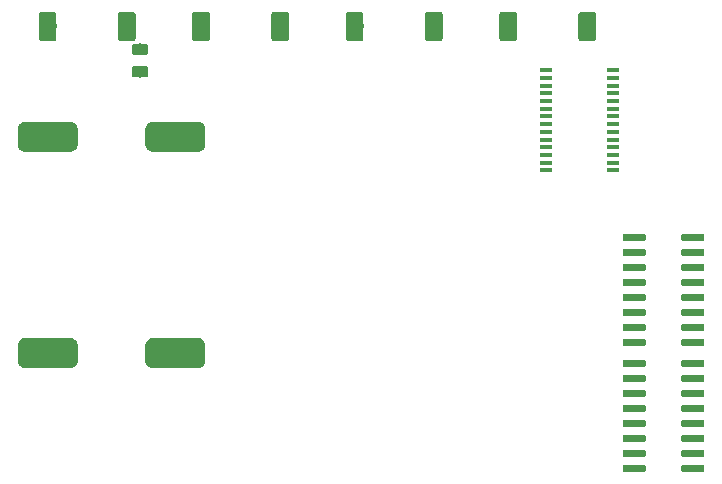
<source format=gbr>
G04 #@! TF.GenerationSoftware,KiCad,Pcbnew,(5.1.4)-1*
G04 #@! TF.CreationDate,2021-11-04T12:06:02-05:00*
G04 #@! TF.ProjectId,RascalHat,52617363-616c-4486-9174-2e6b69636164,rev?*
G04 #@! TF.SameCoordinates,Original*
G04 #@! TF.FileFunction,Paste,Bot*
G04 #@! TF.FilePolarity,Positive*
%FSLAX46Y46*%
G04 Gerber Fmt 4.6, Leading zero omitted, Abs format (unit mm)*
G04 Created by KiCad (PCBNEW (5.1.4)-1) date 2021-11-04 12:06:02*
%MOMM*%
%LPD*%
G04 APERTURE LIST*
%ADD10C,0.100000*%
%ADD11C,1.500000*%
%ADD12C,0.975000*%
%ADD13C,0.600000*%
%ADD14C,2.540000*%
%ADD15R,1.100000X0.400000*%
G04 APERTURE END LIST*
D10*
G36*
X22074053Y-9851206D02*
G01*
X22098370Y-9854813D01*
X22122216Y-9860786D01*
X22145362Y-9869068D01*
X22167585Y-9879579D01*
X22188670Y-9892217D01*
X22208416Y-9906861D01*
X22226630Y-9923370D01*
X22243139Y-9941584D01*
X22257783Y-9961330D01*
X22270421Y-9982415D01*
X22280932Y-10004638D01*
X22289214Y-10027784D01*
X22295187Y-10051630D01*
X22298794Y-10075947D01*
X22300000Y-10100500D01*
X22300000Y-12099500D01*
X22298794Y-12124053D01*
X22295187Y-12148370D01*
X22289214Y-12172216D01*
X22280932Y-12195362D01*
X22270421Y-12217585D01*
X22257783Y-12238670D01*
X22243139Y-12258416D01*
X22226630Y-12276630D01*
X22208416Y-12293139D01*
X22188670Y-12307783D01*
X22167585Y-12320421D01*
X22145362Y-12330932D01*
X22122216Y-12339214D01*
X22098370Y-12345187D01*
X22074053Y-12348794D01*
X22049500Y-12350000D01*
X21050500Y-12350000D01*
X21025947Y-12348794D01*
X21001630Y-12345187D01*
X20977784Y-12339214D01*
X20954638Y-12330932D01*
X20932415Y-12320421D01*
X20911330Y-12307783D01*
X20891584Y-12293139D01*
X20873370Y-12276630D01*
X20856861Y-12258416D01*
X20842217Y-12238670D01*
X20829579Y-12217585D01*
X20819068Y-12195362D01*
X20810786Y-12172216D01*
X20804813Y-12148370D01*
X20801206Y-12124053D01*
X20800000Y-12099500D01*
X20800000Y-10100500D01*
X20801206Y-10075947D01*
X20804813Y-10051630D01*
X20810786Y-10027784D01*
X20819068Y-10004638D01*
X20829579Y-9982415D01*
X20842217Y-9961330D01*
X20856861Y-9941584D01*
X20873370Y-9923370D01*
X20891584Y-9906861D01*
X20911330Y-9892217D01*
X20932415Y-9879579D01*
X20954638Y-9869068D01*
X20977784Y-9860786D01*
X21001630Y-9854813D01*
X21025947Y-9851206D01*
X21050500Y-9850000D01*
X22049500Y-9850000D01*
X22074053Y-9851206D01*
X22074053Y-9851206D01*
G37*
D11*
X21550000Y-11100000D03*
D10*
G36*
X28774053Y-9851206D02*
G01*
X28798370Y-9854813D01*
X28822216Y-9860786D01*
X28845362Y-9869068D01*
X28867585Y-9879579D01*
X28888670Y-9892217D01*
X28908416Y-9906861D01*
X28926630Y-9923370D01*
X28943139Y-9941584D01*
X28957783Y-9961330D01*
X28970421Y-9982415D01*
X28980932Y-10004638D01*
X28989214Y-10027784D01*
X28995187Y-10051630D01*
X28998794Y-10075947D01*
X29000000Y-10100500D01*
X29000000Y-12099500D01*
X28998794Y-12124053D01*
X28995187Y-12148370D01*
X28989214Y-12172216D01*
X28980932Y-12195362D01*
X28970421Y-12217585D01*
X28957783Y-12238670D01*
X28943139Y-12258416D01*
X28926630Y-12276630D01*
X28908416Y-12293139D01*
X28888670Y-12307783D01*
X28867585Y-12320421D01*
X28845362Y-12330932D01*
X28822216Y-12339214D01*
X28798370Y-12345187D01*
X28774053Y-12348794D01*
X28749500Y-12350000D01*
X27750500Y-12350000D01*
X27725947Y-12348794D01*
X27701630Y-12345187D01*
X27677784Y-12339214D01*
X27654638Y-12330932D01*
X27632415Y-12320421D01*
X27611330Y-12307783D01*
X27591584Y-12293139D01*
X27573370Y-12276630D01*
X27556861Y-12258416D01*
X27542217Y-12238670D01*
X27529579Y-12217585D01*
X27519068Y-12195362D01*
X27510786Y-12172216D01*
X27504813Y-12148370D01*
X27501206Y-12124053D01*
X27500000Y-12099500D01*
X27500000Y-10100500D01*
X27501206Y-10075947D01*
X27504813Y-10051630D01*
X27510786Y-10027784D01*
X27519068Y-10004638D01*
X27529579Y-9982415D01*
X27542217Y-9961330D01*
X27556861Y-9941584D01*
X27573370Y-9923370D01*
X27591584Y-9906861D01*
X27611330Y-9892217D01*
X27632415Y-9879579D01*
X27654638Y-9869068D01*
X27677784Y-9860786D01*
X27701630Y-9854813D01*
X27725947Y-9851206D01*
X27750500Y-9850000D01*
X28749500Y-9850000D01*
X28774053Y-9851206D01*
X28774053Y-9851206D01*
G37*
D11*
X28250000Y-11100000D03*
D10*
G36*
X16860142Y-12566174D02*
G01*
X16883803Y-12569684D01*
X16907007Y-12575496D01*
X16929529Y-12583554D01*
X16951153Y-12593782D01*
X16971670Y-12606079D01*
X16990883Y-12620329D01*
X17008607Y-12636393D01*
X17024671Y-12654117D01*
X17038921Y-12673330D01*
X17051218Y-12693847D01*
X17061446Y-12715471D01*
X17069504Y-12737993D01*
X17075316Y-12761197D01*
X17078826Y-12784858D01*
X17080000Y-12808750D01*
X17080000Y-13296250D01*
X17078826Y-13320142D01*
X17075316Y-13343803D01*
X17069504Y-13367007D01*
X17061446Y-13389529D01*
X17051218Y-13411153D01*
X17038921Y-13431670D01*
X17024671Y-13450883D01*
X17008607Y-13468607D01*
X16990883Y-13484671D01*
X16971670Y-13498921D01*
X16951153Y-13511218D01*
X16929529Y-13521446D01*
X16907007Y-13529504D01*
X16883803Y-13535316D01*
X16860142Y-13538826D01*
X16836250Y-13540000D01*
X15923750Y-13540000D01*
X15899858Y-13538826D01*
X15876197Y-13535316D01*
X15852993Y-13529504D01*
X15830471Y-13521446D01*
X15808847Y-13511218D01*
X15788330Y-13498921D01*
X15769117Y-13484671D01*
X15751393Y-13468607D01*
X15735329Y-13450883D01*
X15721079Y-13431670D01*
X15708782Y-13411153D01*
X15698554Y-13389529D01*
X15690496Y-13367007D01*
X15684684Y-13343803D01*
X15681174Y-13320142D01*
X15680000Y-13296250D01*
X15680000Y-12808750D01*
X15681174Y-12784858D01*
X15684684Y-12761197D01*
X15690496Y-12737993D01*
X15698554Y-12715471D01*
X15708782Y-12693847D01*
X15721079Y-12673330D01*
X15735329Y-12654117D01*
X15751393Y-12636393D01*
X15769117Y-12620329D01*
X15788330Y-12606079D01*
X15808847Y-12593782D01*
X15830471Y-12583554D01*
X15852993Y-12575496D01*
X15876197Y-12569684D01*
X15899858Y-12566174D01*
X15923750Y-12565000D01*
X16836250Y-12565000D01*
X16860142Y-12566174D01*
X16860142Y-12566174D01*
G37*
D12*
X16380000Y-13052500D03*
D10*
G36*
X16860142Y-14441174D02*
G01*
X16883803Y-14444684D01*
X16907007Y-14450496D01*
X16929529Y-14458554D01*
X16951153Y-14468782D01*
X16971670Y-14481079D01*
X16990883Y-14495329D01*
X17008607Y-14511393D01*
X17024671Y-14529117D01*
X17038921Y-14548330D01*
X17051218Y-14568847D01*
X17061446Y-14590471D01*
X17069504Y-14612993D01*
X17075316Y-14636197D01*
X17078826Y-14659858D01*
X17080000Y-14683750D01*
X17080000Y-15171250D01*
X17078826Y-15195142D01*
X17075316Y-15218803D01*
X17069504Y-15242007D01*
X17061446Y-15264529D01*
X17051218Y-15286153D01*
X17038921Y-15306670D01*
X17024671Y-15325883D01*
X17008607Y-15343607D01*
X16990883Y-15359671D01*
X16971670Y-15373921D01*
X16951153Y-15386218D01*
X16929529Y-15396446D01*
X16907007Y-15404504D01*
X16883803Y-15410316D01*
X16860142Y-15413826D01*
X16836250Y-15415000D01*
X15923750Y-15415000D01*
X15899858Y-15413826D01*
X15876197Y-15410316D01*
X15852993Y-15404504D01*
X15830471Y-15396446D01*
X15808847Y-15386218D01*
X15788330Y-15373921D01*
X15769117Y-15359671D01*
X15751393Y-15343607D01*
X15735329Y-15325883D01*
X15721079Y-15306670D01*
X15708782Y-15286153D01*
X15698554Y-15264529D01*
X15690496Y-15242007D01*
X15684684Y-15218803D01*
X15681174Y-15195142D01*
X15680000Y-15171250D01*
X15680000Y-14683750D01*
X15681174Y-14659858D01*
X15684684Y-14636197D01*
X15690496Y-14612993D01*
X15698554Y-14590471D01*
X15708782Y-14568847D01*
X15721079Y-14548330D01*
X15735329Y-14529117D01*
X15751393Y-14511393D01*
X15769117Y-14495329D01*
X15788330Y-14481079D01*
X15808847Y-14468782D01*
X15830471Y-14458554D01*
X15852993Y-14450496D01*
X15876197Y-14444684D01*
X15899858Y-14441174D01*
X15923750Y-14440000D01*
X16836250Y-14440000D01*
X16860142Y-14441174D01*
X16860142Y-14441174D01*
G37*
D12*
X16380000Y-14927500D03*
D10*
G36*
X9074053Y-9851206D02*
G01*
X9098370Y-9854813D01*
X9122216Y-9860786D01*
X9145362Y-9869068D01*
X9167585Y-9879579D01*
X9188670Y-9892217D01*
X9208416Y-9906861D01*
X9226630Y-9923370D01*
X9243139Y-9941584D01*
X9257783Y-9961330D01*
X9270421Y-9982415D01*
X9280932Y-10004638D01*
X9289214Y-10027784D01*
X9295187Y-10051630D01*
X9298794Y-10075947D01*
X9300000Y-10100500D01*
X9300000Y-12099500D01*
X9298794Y-12124053D01*
X9295187Y-12148370D01*
X9289214Y-12172216D01*
X9280932Y-12195362D01*
X9270421Y-12217585D01*
X9257783Y-12238670D01*
X9243139Y-12258416D01*
X9226630Y-12276630D01*
X9208416Y-12293139D01*
X9188670Y-12307783D01*
X9167585Y-12320421D01*
X9145362Y-12330932D01*
X9122216Y-12339214D01*
X9098370Y-12345187D01*
X9074053Y-12348794D01*
X9049500Y-12350000D01*
X8050500Y-12350000D01*
X8025947Y-12348794D01*
X8001630Y-12345187D01*
X7977784Y-12339214D01*
X7954638Y-12330932D01*
X7932415Y-12320421D01*
X7911330Y-12307783D01*
X7891584Y-12293139D01*
X7873370Y-12276630D01*
X7856861Y-12258416D01*
X7842217Y-12238670D01*
X7829579Y-12217585D01*
X7819068Y-12195362D01*
X7810786Y-12172216D01*
X7804813Y-12148370D01*
X7801206Y-12124053D01*
X7800000Y-12099500D01*
X7800000Y-10100500D01*
X7801206Y-10075947D01*
X7804813Y-10051630D01*
X7810786Y-10027784D01*
X7819068Y-10004638D01*
X7829579Y-9982415D01*
X7842217Y-9961330D01*
X7856861Y-9941584D01*
X7873370Y-9923370D01*
X7891584Y-9906861D01*
X7911330Y-9892217D01*
X7932415Y-9879579D01*
X7954638Y-9869068D01*
X7977784Y-9860786D01*
X8001630Y-9854813D01*
X8025947Y-9851206D01*
X8050500Y-9850000D01*
X9049500Y-9850000D01*
X9074053Y-9851206D01*
X9074053Y-9851206D01*
G37*
D11*
X8550000Y-11100000D03*
D10*
G36*
X15774053Y-9851206D02*
G01*
X15798370Y-9854813D01*
X15822216Y-9860786D01*
X15845362Y-9869068D01*
X15867585Y-9879579D01*
X15888670Y-9892217D01*
X15908416Y-9906861D01*
X15926630Y-9923370D01*
X15943139Y-9941584D01*
X15957783Y-9961330D01*
X15970421Y-9982415D01*
X15980932Y-10004638D01*
X15989214Y-10027784D01*
X15995187Y-10051630D01*
X15998794Y-10075947D01*
X16000000Y-10100500D01*
X16000000Y-12099500D01*
X15998794Y-12124053D01*
X15995187Y-12148370D01*
X15989214Y-12172216D01*
X15980932Y-12195362D01*
X15970421Y-12217585D01*
X15957783Y-12238670D01*
X15943139Y-12258416D01*
X15926630Y-12276630D01*
X15908416Y-12293139D01*
X15888670Y-12307783D01*
X15867585Y-12320421D01*
X15845362Y-12330932D01*
X15822216Y-12339214D01*
X15798370Y-12345187D01*
X15774053Y-12348794D01*
X15749500Y-12350000D01*
X14750500Y-12350000D01*
X14725947Y-12348794D01*
X14701630Y-12345187D01*
X14677784Y-12339214D01*
X14654638Y-12330932D01*
X14632415Y-12320421D01*
X14611330Y-12307783D01*
X14591584Y-12293139D01*
X14573370Y-12276630D01*
X14556861Y-12258416D01*
X14542217Y-12238670D01*
X14529579Y-12217585D01*
X14519068Y-12195362D01*
X14510786Y-12172216D01*
X14504813Y-12148370D01*
X14501206Y-12124053D01*
X14500000Y-12099500D01*
X14500000Y-10100500D01*
X14501206Y-10075947D01*
X14504813Y-10051630D01*
X14510786Y-10027784D01*
X14519068Y-10004638D01*
X14529579Y-9982415D01*
X14542217Y-9961330D01*
X14556861Y-9941584D01*
X14573370Y-9923370D01*
X14591584Y-9906861D01*
X14611330Y-9892217D01*
X14632415Y-9879579D01*
X14654638Y-9869068D01*
X14677784Y-9860786D01*
X14701630Y-9854813D01*
X14725947Y-9851206D01*
X14750500Y-9850000D01*
X15749500Y-9850000D01*
X15774053Y-9851206D01*
X15774053Y-9851206D01*
G37*
D11*
X15250000Y-11100000D03*
D10*
G36*
X59070703Y-28656722D02*
G01*
X59085264Y-28658882D01*
X59099543Y-28662459D01*
X59113403Y-28667418D01*
X59126710Y-28673712D01*
X59139336Y-28681280D01*
X59151159Y-28690048D01*
X59162066Y-28699934D01*
X59171952Y-28710841D01*
X59180720Y-28722664D01*
X59188288Y-28735290D01*
X59194582Y-28748597D01*
X59199541Y-28762457D01*
X59203118Y-28776736D01*
X59205278Y-28791297D01*
X59206000Y-28806000D01*
X59206000Y-29106000D01*
X59205278Y-29120703D01*
X59203118Y-29135264D01*
X59199541Y-29149543D01*
X59194582Y-29163403D01*
X59188288Y-29176710D01*
X59180720Y-29189336D01*
X59171952Y-29201159D01*
X59162066Y-29212066D01*
X59151159Y-29221952D01*
X59139336Y-29230720D01*
X59126710Y-29238288D01*
X59113403Y-29244582D01*
X59099543Y-29249541D01*
X59085264Y-29253118D01*
X59070703Y-29255278D01*
X59056000Y-29256000D01*
X57406000Y-29256000D01*
X57391297Y-29255278D01*
X57376736Y-29253118D01*
X57362457Y-29249541D01*
X57348597Y-29244582D01*
X57335290Y-29238288D01*
X57322664Y-29230720D01*
X57310841Y-29221952D01*
X57299934Y-29212066D01*
X57290048Y-29201159D01*
X57281280Y-29189336D01*
X57273712Y-29176710D01*
X57267418Y-29163403D01*
X57262459Y-29149543D01*
X57258882Y-29135264D01*
X57256722Y-29120703D01*
X57256000Y-29106000D01*
X57256000Y-28806000D01*
X57256722Y-28791297D01*
X57258882Y-28776736D01*
X57262459Y-28762457D01*
X57267418Y-28748597D01*
X57273712Y-28735290D01*
X57281280Y-28722664D01*
X57290048Y-28710841D01*
X57299934Y-28699934D01*
X57310841Y-28690048D01*
X57322664Y-28681280D01*
X57335290Y-28673712D01*
X57348597Y-28667418D01*
X57362457Y-28662459D01*
X57376736Y-28658882D01*
X57391297Y-28656722D01*
X57406000Y-28656000D01*
X59056000Y-28656000D01*
X59070703Y-28656722D01*
X59070703Y-28656722D01*
G37*
D13*
X58231000Y-28956000D03*
D10*
G36*
X59070703Y-29926722D02*
G01*
X59085264Y-29928882D01*
X59099543Y-29932459D01*
X59113403Y-29937418D01*
X59126710Y-29943712D01*
X59139336Y-29951280D01*
X59151159Y-29960048D01*
X59162066Y-29969934D01*
X59171952Y-29980841D01*
X59180720Y-29992664D01*
X59188288Y-30005290D01*
X59194582Y-30018597D01*
X59199541Y-30032457D01*
X59203118Y-30046736D01*
X59205278Y-30061297D01*
X59206000Y-30076000D01*
X59206000Y-30376000D01*
X59205278Y-30390703D01*
X59203118Y-30405264D01*
X59199541Y-30419543D01*
X59194582Y-30433403D01*
X59188288Y-30446710D01*
X59180720Y-30459336D01*
X59171952Y-30471159D01*
X59162066Y-30482066D01*
X59151159Y-30491952D01*
X59139336Y-30500720D01*
X59126710Y-30508288D01*
X59113403Y-30514582D01*
X59099543Y-30519541D01*
X59085264Y-30523118D01*
X59070703Y-30525278D01*
X59056000Y-30526000D01*
X57406000Y-30526000D01*
X57391297Y-30525278D01*
X57376736Y-30523118D01*
X57362457Y-30519541D01*
X57348597Y-30514582D01*
X57335290Y-30508288D01*
X57322664Y-30500720D01*
X57310841Y-30491952D01*
X57299934Y-30482066D01*
X57290048Y-30471159D01*
X57281280Y-30459336D01*
X57273712Y-30446710D01*
X57267418Y-30433403D01*
X57262459Y-30419543D01*
X57258882Y-30405264D01*
X57256722Y-30390703D01*
X57256000Y-30376000D01*
X57256000Y-30076000D01*
X57256722Y-30061297D01*
X57258882Y-30046736D01*
X57262459Y-30032457D01*
X57267418Y-30018597D01*
X57273712Y-30005290D01*
X57281280Y-29992664D01*
X57290048Y-29980841D01*
X57299934Y-29969934D01*
X57310841Y-29960048D01*
X57322664Y-29951280D01*
X57335290Y-29943712D01*
X57348597Y-29937418D01*
X57362457Y-29932459D01*
X57376736Y-29928882D01*
X57391297Y-29926722D01*
X57406000Y-29926000D01*
X59056000Y-29926000D01*
X59070703Y-29926722D01*
X59070703Y-29926722D01*
G37*
D13*
X58231000Y-30226000D03*
D10*
G36*
X59070703Y-31196722D02*
G01*
X59085264Y-31198882D01*
X59099543Y-31202459D01*
X59113403Y-31207418D01*
X59126710Y-31213712D01*
X59139336Y-31221280D01*
X59151159Y-31230048D01*
X59162066Y-31239934D01*
X59171952Y-31250841D01*
X59180720Y-31262664D01*
X59188288Y-31275290D01*
X59194582Y-31288597D01*
X59199541Y-31302457D01*
X59203118Y-31316736D01*
X59205278Y-31331297D01*
X59206000Y-31346000D01*
X59206000Y-31646000D01*
X59205278Y-31660703D01*
X59203118Y-31675264D01*
X59199541Y-31689543D01*
X59194582Y-31703403D01*
X59188288Y-31716710D01*
X59180720Y-31729336D01*
X59171952Y-31741159D01*
X59162066Y-31752066D01*
X59151159Y-31761952D01*
X59139336Y-31770720D01*
X59126710Y-31778288D01*
X59113403Y-31784582D01*
X59099543Y-31789541D01*
X59085264Y-31793118D01*
X59070703Y-31795278D01*
X59056000Y-31796000D01*
X57406000Y-31796000D01*
X57391297Y-31795278D01*
X57376736Y-31793118D01*
X57362457Y-31789541D01*
X57348597Y-31784582D01*
X57335290Y-31778288D01*
X57322664Y-31770720D01*
X57310841Y-31761952D01*
X57299934Y-31752066D01*
X57290048Y-31741159D01*
X57281280Y-31729336D01*
X57273712Y-31716710D01*
X57267418Y-31703403D01*
X57262459Y-31689543D01*
X57258882Y-31675264D01*
X57256722Y-31660703D01*
X57256000Y-31646000D01*
X57256000Y-31346000D01*
X57256722Y-31331297D01*
X57258882Y-31316736D01*
X57262459Y-31302457D01*
X57267418Y-31288597D01*
X57273712Y-31275290D01*
X57281280Y-31262664D01*
X57290048Y-31250841D01*
X57299934Y-31239934D01*
X57310841Y-31230048D01*
X57322664Y-31221280D01*
X57335290Y-31213712D01*
X57348597Y-31207418D01*
X57362457Y-31202459D01*
X57376736Y-31198882D01*
X57391297Y-31196722D01*
X57406000Y-31196000D01*
X59056000Y-31196000D01*
X59070703Y-31196722D01*
X59070703Y-31196722D01*
G37*
D13*
X58231000Y-31496000D03*
D10*
G36*
X59070703Y-32466722D02*
G01*
X59085264Y-32468882D01*
X59099543Y-32472459D01*
X59113403Y-32477418D01*
X59126710Y-32483712D01*
X59139336Y-32491280D01*
X59151159Y-32500048D01*
X59162066Y-32509934D01*
X59171952Y-32520841D01*
X59180720Y-32532664D01*
X59188288Y-32545290D01*
X59194582Y-32558597D01*
X59199541Y-32572457D01*
X59203118Y-32586736D01*
X59205278Y-32601297D01*
X59206000Y-32616000D01*
X59206000Y-32916000D01*
X59205278Y-32930703D01*
X59203118Y-32945264D01*
X59199541Y-32959543D01*
X59194582Y-32973403D01*
X59188288Y-32986710D01*
X59180720Y-32999336D01*
X59171952Y-33011159D01*
X59162066Y-33022066D01*
X59151159Y-33031952D01*
X59139336Y-33040720D01*
X59126710Y-33048288D01*
X59113403Y-33054582D01*
X59099543Y-33059541D01*
X59085264Y-33063118D01*
X59070703Y-33065278D01*
X59056000Y-33066000D01*
X57406000Y-33066000D01*
X57391297Y-33065278D01*
X57376736Y-33063118D01*
X57362457Y-33059541D01*
X57348597Y-33054582D01*
X57335290Y-33048288D01*
X57322664Y-33040720D01*
X57310841Y-33031952D01*
X57299934Y-33022066D01*
X57290048Y-33011159D01*
X57281280Y-32999336D01*
X57273712Y-32986710D01*
X57267418Y-32973403D01*
X57262459Y-32959543D01*
X57258882Y-32945264D01*
X57256722Y-32930703D01*
X57256000Y-32916000D01*
X57256000Y-32616000D01*
X57256722Y-32601297D01*
X57258882Y-32586736D01*
X57262459Y-32572457D01*
X57267418Y-32558597D01*
X57273712Y-32545290D01*
X57281280Y-32532664D01*
X57290048Y-32520841D01*
X57299934Y-32509934D01*
X57310841Y-32500048D01*
X57322664Y-32491280D01*
X57335290Y-32483712D01*
X57348597Y-32477418D01*
X57362457Y-32472459D01*
X57376736Y-32468882D01*
X57391297Y-32466722D01*
X57406000Y-32466000D01*
X59056000Y-32466000D01*
X59070703Y-32466722D01*
X59070703Y-32466722D01*
G37*
D13*
X58231000Y-32766000D03*
D10*
G36*
X59070703Y-33736722D02*
G01*
X59085264Y-33738882D01*
X59099543Y-33742459D01*
X59113403Y-33747418D01*
X59126710Y-33753712D01*
X59139336Y-33761280D01*
X59151159Y-33770048D01*
X59162066Y-33779934D01*
X59171952Y-33790841D01*
X59180720Y-33802664D01*
X59188288Y-33815290D01*
X59194582Y-33828597D01*
X59199541Y-33842457D01*
X59203118Y-33856736D01*
X59205278Y-33871297D01*
X59206000Y-33886000D01*
X59206000Y-34186000D01*
X59205278Y-34200703D01*
X59203118Y-34215264D01*
X59199541Y-34229543D01*
X59194582Y-34243403D01*
X59188288Y-34256710D01*
X59180720Y-34269336D01*
X59171952Y-34281159D01*
X59162066Y-34292066D01*
X59151159Y-34301952D01*
X59139336Y-34310720D01*
X59126710Y-34318288D01*
X59113403Y-34324582D01*
X59099543Y-34329541D01*
X59085264Y-34333118D01*
X59070703Y-34335278D01*
X59056000Y-34336000D01*
X57406000Y-34336000D01*
X57391297Y-34335278D01*
X57376736Y-34333118D01*
X57362457Y-34329541D01*
X57348597Y-34324582D01*
X57335290Y-34318288D01*
X57322664Y-34310720D01*
X57310841Y-34301952D01*
X57299934Y-34292066D01*
X57290048Y-34281159D01*
X57281280Y-34269336D01*
X57273712Y-34256710D01*
X57267418Y-34243403D01*
X57262459Y-34229543D01*
X57258882Y-34215264D01*
X57256722Y-34200703D01*
X57256000Y-34186000D01*
X57256000Y-33886000D01*
X57256722Y-33871297D01*
X57258882Y-33856736D01*
X57262459Y-33842457D01*
X57267418Y-33828597D01*
X57273712Y-33815290D01*
X57281280Y-33802664D01*
X57290048Y-33790841D01*
X57299934Y-33779934D01*
X57310841Y-33770048D01*
X57322664Y-33761280D01*
X57335290Y-33753712D01*
X57348597Y-33747418D01*
X57362457Y-33742459D01*
X57376736Y-33738882D01*
X57391297Y-33736722D01*
X57406000Y-33736000D01*
X59056000Y-33736000D01*
X59070703Y-33736722D01*
X59070703Y-33736722D01*
G37*
D13*
X58231000Y-34036000D03*
D10*
G36*
X59070703Y-35006722D02*
G01*
X59085264Y-35008882D01*
X59099543Y-35012459D01*
X59113403Y-35017418D01*
X59126710Y-35023712D01*
X59139336Y-35031280D01*
X59151159Y-35040048D01*
X59162066Y-35049934D01*
X59171952Y-35060841D01*
X59180720Y-35072664D01*
X59188288Y-35085290D01*
X59194582Y-35098597D01*
X59199541Y-35112457D01*
X59203118Y-35126736D01*
X59205278Y-35141297D01*
X59206000Y-35156000D01*
X59206000Y-35456000D01*
X59205278Y-35470703D01*
X59203118Y-35485264D01*
X59199541Y-35499543D01*
X59194582Y-35513403D01*
X59188288Y-35526710D01*
X59180720Y-35539336D01*
X59171952Y-35551159D01*
X59162066Y-35562066D01*
X59151159Y-35571952D01*
X59139336Y-35580720D01*
X59126710Y-35588288D01*
X59113403Y-35594582D01*
X59099543Y-35599541D01*
X59085264Y-35603118D01*
X59070703Y-35605278D01*
X59056000Y-35606000D01*
X57406000Y-35606000D01*
X57391297Y-35605278D01*
X57376736Y-35603118D01*
X57362457Y-35599541D01*
X57348597Y-35594582D01*
X57335290Y-35588288D01*
X57322664Y-35580720D01*
X57310841Y-35571952D01*
X57299934Y-35562066D01*
X57290048Y-35551159D01*
X57281280Y-35539336D01*
X57273712Y-35526710D01*
X57267418Y-35513403D01*
X57262459Y-35499543D01*
X57258882Y-35485264D01*
X57256722Y-35470703D01*
X57256000Y-35456000D01*
X57256000Y-35156000D01*
X57256722Y-35141297D01*
X57258882Y-35126736D01*
X57262459Y-35112457D01*
X57267418Y-35098597D01*
X57273712Y-35085290D01*
X57281280Y-35072664D01*
X57290048Y-35060841D01*
X57299934Y-35049934D01*
X57310841Y-35040048D01*
X57322664Y-35031280D01*
X57335290Y-35023712D01*
X57348597Y-35017418D01*
X57362457Y-35012459D01*
X57376736Y-35008882D01*
X57391297Y-35006722D01*
X57406000Y-35006000D01*
X59056000Y-35006000D01*
X59070703Y-35006722D01*
X59070703Y-35006722D01*
G37*
D13*
X58231000Y-35306000D03*
D10*
G36*
X59070703Y-36276722D02*
G01*
X59085264Y-36278882D01*
X59099543Y-36282459D01*
X59113403Y-36287418D01*
X59126710Y-36293712D01*
X59139336Y-36301280D01*
X59151159Y-36310048D01*
X59162066Y-36319934D01*
X59171952Y-36330841D01*
X59180720Y-36342664D01*
X59188288Y-36355290D01*
X59194582Y-36368597D01*
X59199541Y-36382457D01*
X59203118Y-36396736D01*
X59205278Y-36411297D01*
X59206000Y-36426000D01*
X59206000Y-36726000D01*
X59205278Y-36740703D01*
X59203118Y-36755264D01*
X59199541Y-36769543D01*
X59194582Y-36783403D01*
X59188288Y-36796710D01*
X59180720Y-36809336D01*
X59171952Y-36821159D01*
X59162066Y-36832066D01*
X59151159Y-36841952D01*
X59139336Y-36850720D01*
X59126710Y-36858288D01*
X59113403Y-36864582D01*
X59099543Y-36869541D01*
X59085264Y-36873118D01*
X59070703Y-36875278D01*
X59056000Y-36876000D01*
X57406000Y-36876000D01*
X57391297Y-36875278D01*
X57376736Y-36873118D01*
X57362457Y-36869541D01*
X57348597Y-36864582D01*
X57335290Y-36858288D01*
X57322664Y-36850720D01*
X57310841Y-36841952D01*
X57299934Y-36832066D01*
X57290048Y-36821159D01*
X57281280Y-36809336D01*
X57273712Y-36796710D01*
X57267418Y-36783403D01*
X57262459Y-36769543D01*
X57258882Y-36755264D01*
X57256722Y-36740703D01*
X57256000Y-36726000D01*
X57256000Y-36426000D01*
X57256722Y-36411297D01*
X57258882Y-36396736D01*
X57262459Y-36382457D01*
X57267418Y-36368597D01*
X57273712Y-36355290D01*
X57281280Y-36342664D01*
X57290048Y-36330841D01*
X57299934Y-36319934D01*
X57310841Y-36310048D01*
X57322664Y-36301280D01*
X57335290Y-36293712D01*
X57348597Y-36287418D01*
X57362457Y-36282459D01*
X57376736Y-36278882D01*
X57391297Y-36276722D01*
X57406000Y-36276000D01*
X59056000Y-36276000D01*
X59070703Y-36276722D01*
X59070703Y-36276722D01*
G37*
D13*
X58231000Y-36576000D03*
D10*
G36*
X59070703Y-37546722D02*
G01*
X59085264Y-37548882D01*
X59099543Y-37552459D01*
X59113403Y-37557418D01*
X59126710Y-37563712D01*
X59139336Y-37571280D01*
X59151159Y-37580048D01*
X59162066Y-37589934D01*
X59171952Y-37600841D01*
X59180720Y-37612664D01*
X59188288Y-37625290D01*
X59194582Y-37638597D01*
X59199541Y-37652457D01*
X59203118Y-37666736D01*
X59205278Y-37681297D01*
X59206000Y-37696000D01*
X59206000Y-37996000D01*
X59205278Y-38010703D01*
X59203118Y-38025264D01*
X59199541Y-38039543D01*
X59194582Y-38053403D01*
X59188288Y-38066710D01*
X59180720Y-38079336D01*
X59171952Y-38091159D01*
X59162066Y-38102066D01*
X59151159Y-38111952D01*
X59139336Y-38120720D01*
X59126710Y-38128288D01*
X59113403Y-38134582D01*
X59099543Y-38139541D01*
X59085264Y-38143118D01*
X59070703Y-38145278D01*
X59056000Y-38146000D01*
X57406000Y-38146000D01*
X57391297Y-38145278D01*
X57376736Y-38143118D01*
X57362457Y-38139541D01*
X57348597Y-38134582D01*
X57335290Y-38128288D01*
X57322664Y-38120720D01*
X57310841Y-38111952D01*
X57299934Y-38102066D01*
X57290048Y-38091159D01*
X57281280Y-38079336D01*
X57273712Y-38066710D01*
X57267418Y-38053403D01*
X57262459Y-38039543D01*
X57258882Y-38025264D01*
X57256722Y-38010703D01*
X57256000Y-37996000D01*
X57256000Y-37696000D01*
X57256722Y-37681297D01*
X57258882Y-37666736D01*
X57262459Y-37652457D01*
X57267418Y-37638597D01*
X57273712Y-37625290D01*
X57281280Y-37612664D01*
X57290048Y-37600841D01*
X57299934Y-37589934D01*
X57310841Y-37580048D01*
X57322664Y-37571280D01*
X57335290Y-37563712D01*
X57348597Y-37557418D01*
X57362457Y-37552459D01*
X57376736Y-37548882D01*
X57391297Y-37546722D01*
X57406000Y-37546000D01*
X59056000Y-37546000D01*
X59070703Y-37546722D01*
X59070703Y-37546722D01*
G37*
D13*
X58231000Y-37846000D03*
D10*
G36*
X64020703Y-37546722D02*
G01*
X64035264Y-37548882D01*
X64049543Y-37552459D01*
X64063403Y-37557418D01*
X64076710Y-37563712D01*
X64089336Y-37571280D01*
X64101159Y-37580048D01*
X64112066Y-37589934D01*
X64121952Y-37600841D01*
X64130720Y-37612664D01*
X64138288Y-37625290D01*
X64144582Y-37638597D01*
X64149541Y-37652457D01*
X64153118Y-37666736D01*
X64155278Y-37681297D01*
X64156000Y-37696000D01*
X64156000Y-37996000D01*
X64155278Y-38010703D01*
X64153118Y-38025264D01*
X64149541Y-38039543D01*
X64144582Y-38053403D01*
X64138288Y-38066710D01*
X64130720Y-38079336D01*
X64121952Y-38091159D01*
X64112066Y-38102066D01*
X64101159Y-38111952D01*
X64089336Y-38120720D01*
X64076710Y-38128288D01*
X64063403Y-38134582D01*
X64049543Y-38139541D01*
X64035264Y-38143118D01*
X64020703Y-38145278D01*
X64006000Y-38146000D01*
X62356000Y-38146000D01*
X62341297Y-38145278D01*
X62326736Y-38143118D01*
X62312457Y-38139541D01*
X62298597Y-38134582D01*
X62285290Y-38128288D01*
X62272664Y-38120720D01*
X62260841Y-38111952D01*
X62249934Y-38102066D01*
X62240048Y-38091159D01*
X62231280Y-38079336D01*
X62223712Y-38066710D01*
X62217418Y-38053403D01*
X62212459Y-38039543D01*
X62208882Y-38025264D01*
X62206722Y-38010703D01*
X62206000Y-37996000D01*
X62206000Y-37696000D01*
X62206722Y-37681297D01*
X62208882Y-37666736D01*
X62212459Y-37652457D01*
X62217418Y-37638597D01*
X62223712Y-37625290D01*
X62231280Y-37612664D01*
X62240048Y-37600841D01*
X62249934Y-37589934D01*
X62260841Y-37580048D01*
X62272664Y-37571280D01*
X62285290Y-37563712D01*
X62298597Y-37557418D01*
X62312457Y-37552459D01*
X62326736Y-37548882D01*
X62341297Y-37546722D01*
X62356000Y-37546000D01*
X64006000Y-37546000D01*
X64020703Y-37546722D01*
X64020703Y-37546722D01*
G37*
D13*
X63181000Y-37846000D03*
D10*
G36*
X64020703Y-36276722D02*
G01*
X64035264Y-36278882D01*
X64049543Y-36282459D01*
X64063403Y-36287418D01*
X64076710Y-36293712D01*
X64089336Y-36301280D01*
X64101159Y-36310048D01*
X64112066Y-36319934D01*
X64121952Y-36330841D01*
X64130720Y-36342664D01*
X64138288Y-36355290D01*
X64144582Y-36368597D01*
X64149541Y-36382457D01*
X64153118Y-36396736D01*
X64155278Y-36411297D01*
X64156000Y-36426000D01*
X64156000Y-36726000D01*
X64155278Y-36740703D01*
X64153118Y-36755264D01*
X64149541Y-36769543D01*
X64144582Y-36783403D01*
X64138288Y-36796710D01*
X64130720Y-36809336D01*
X64121952Y-36821159D01*
X64112066Y-36832066D01*
X64101159Y-36841952D01*
X64089336Y-36850720D01*
X64076710Y-36858288D01*
X64063403Y-36864582D01*
X64049543Y-36869541D01*
X64035264Y-36873118D01*
X64020703Y-36875278D01*
X64006000Y-36876000D01*
X62356000Y-36876000D01*
X62341297Y-36875278D01*
X62326736Y-36873118D01*
X62312457Y-36869541D01*
X62298597Y-36864582D01*
X62285290Y-36858288D01*
X62272664Y-36850720D01*
X62260841Y-36841952D01*
X62249934Y-36832066D01*
X62240048Y-36821159D01*
X62231280Y-36809336D01*
X62223712Y-36796710D01*
X62217418Y-36783403D01*
X62212459Y-36769543D01*
X62208882Y-36755264D01*
X62206722Y-36740703D01*
X62206000Y-36726000D01*
X62206000Y-36426000D01*
X62206722Y-36411297D01*
X62208882Y-36396736D01*
X62212459Y-36382457D01*
X62217418Y-36368597D01*
X62223712Y-36355290D01*
X62231280Y-36342664D01*
X62240048Y-36330841D01*
X62249934Y-36319934D01*
X62260841Y-36310048D01*
X62272664Y-36301280D01*
X62285290Y-36293712D01*
X62298597Y-36287418D01*
X62312457Y-36282459D01*
X62326736Y-36278882D01*
X62341297Y-36276722D01*
X62356000Y-36276000D01*
X64006000Y-36276000D01*
X64020703Y-36276722D01*
X64020703Y-36276722D01*
G37*
D13*
X63181000Y-36576000D03*
D10*
G36*
X64020703Y-35006722D02*
G01*
X64035264Y-35008882D01*
X64049543Y-35012459D01*
X64063403Y-35017418D01*
X64076710Y-35023712D01*
X64089336Y-35031280D01*
X64101159Y-35040048D01*
X64112066Y-35049934D01*
X64121952Y-35060841D01*
X64130720Y-35072664D01*
X64138288Y-35085290D01*
X64144582Y-35098597D01*
X64149541Y-35112457D01*
X64153118Y-35126736D01*
X64155278Y-35141297D01*
X64156000Y-35156000D01*
X64156000Y-35456000D01*
X64155278Y-35470703D01*
X64153118Y-35485264D01*
X64149541Y-35499543D01*
X64144582Y-35513403D01*
X64138288Y-35526710D01*
X64130720Y-35539336D01*
X64121952Y-35551159D01*
X64112066Y-35562066D01*
X64101159Y-35571952D01*
X64089336Y-35580720D01*
X64076710Y-35588288D01*
X64063403Y-35594582D01*
X64049543Y-35599541D01*
X64035264Y-35603118D01*
X64020703Y-35605278D01*
X64006000Y-35606000D01*
X62356000Y-35606000D01*
X62341297Y-35605278D01*
X62326736Y-35603118D01*
X62312457Y-35599541D01*
X62298597Y-35594582D01*
X62285290Y-35588288D01*
X62272664Y-35580720D01*
X62260841Y-35571952D01*
X62249934Y-35562066D01*
X62240048Y-35551159D01*
X62231280Y-35539336D01*
X62223712Y-35526710D01*
X62217418Y-35513403D01*
X62212459Y-35499543D01*
X62208882Y-35485264D01*
X62206722Y-35470703D01*
X62206000Y-35456000D01*
X62206000Y-35156000D01*
X62206722Y-35141297D01*
X62208882Y-35126736D01*
X62212459Y-35112457D01*
X62217418Y-35098597D01*
X62223712Y-35085290D01*
X62231280Y-35072664D01*
X62240048Y-35060841D01*
X62249934Y-35049934D01*
X62260841Y-35040048D01*
X62272664Y-35031280D01*
X62285290Y-35023712D01*
X62298597Y-35017418D01*
X62312457Y-35012459D01*
X62326736Y-35008882D01*
X62341297Y-35006722D01*
X62356000Y-35006000D01*
X64006000Y-35006000D01*
X64020703Y-35006722D01*
X64020703Y-35006722D01*
G37*
D13*
X63181000Y-35306000D03*
D10*
G36*
X64020703Y-33736722D02*
G01*
X64035264Y-33738882D01*
X64049543Y-33742459D01*
X64063403Y-33747418D01*
X64076710Y-33753712D01*
X64089336Y-33761280D01*
X64101159Y-33770048D01*
X64112066Y-33779934D01*
X64121952Y-33790841D01*
X64130720Y-33802664D01*
X64138288Y-33815290D01*
X64144582Y-33828597D01*
X64149541Y-33842457D01*
X64153118Y-33856736D01*
X64155278Y-33871297D01*
X64156000Y-33886000D01*
X64156000Y-34186000D01*
X64155278Y-34200703D01*
X64153118Y-34215264D01*
X64149541Y-34229543D01*
X64144582Y-34243403D01*
X64138288Y-34256710D01*
X64130720Y-34269336D01*
X64121952Y-34281159D01*
X64112066Y-34292066D01*
X64101159Y-34301952D01*
X64089336Y-34310720D01*
X64076710Y-34318288D01*
X64063403Y-34324582D01*
X64049543Y-34329541D01*
X64035264Y-34333118D01*
X64020703Y-34335278D01*
X64006000Y-34336000D01*
X62356000Y-34336000D01*
X62341297Y-34335278D01*
X62326736Y-34333118D01*
X62312457Y-34329541D01*
X62298597Y-34324582D01*
X62285290Y-34318288D01*
X62272664Y-34310720D01*
X62260841Y-34301952D01*
X62249934Y-34292066D01*
X62240048Y-34281159D01*
X62231280Y-34269336D01*
X62223712Y-34256710D01*
X62217418Y-34243403D01*
X62212459Y-34229543D01*
X62208882Y-34215264D01*
X62206722Y-34200703D01*
X62206000Y-34186000D01*
X62206000Y-33886000D01*
X62206722Y-33871297D01*
X62208882Y-33856736D01*
X62212459Y-33842457D01*
X62217418Y-33828597D01*
X62223712Y-33815290D01*
X62231280Y-33802664D01*
X62240048Y-33790841D01*
X62249934Y-33779934D01*
X62260841Y-33770048D01*
X62272664Y-33761280D01*
X62285290Y-33753712D01*
X62298597Y-33747418D01*
X62312457Y-33742459D01*
X62326736Y-33738882D01*
X62341297Y-33736722D01*
X62356000Y-33736000D01*
X64006000Y-33736000D01*
X64020703Y-33736722D01*
X64020703Y-33736722D01*
G37*
D13*
X63181000Y-34036000D03*
D10*
G36*
X64020703Y-32466722D02*
G01*
X64035264Y-32468882D01*
X64049543Y-32472459D01*
X64063403Y-32477418D01*
X64076710Y-32483712D01*
X64089336Y-32491280D01*
X64101159Y-32500048D01*
X64112066Y-32509934D01*
X64121952Y-32520841D01*
X64130720Y-32532664D01*
X64138288Y-32545290D01*
X64144582Y-32558597D01*
X64149541Y-32572457D01*
X64153118Y-32586736D01*
X64155278Y-32601297D01*
X64156000Y-32616000D01*
X64156000Y-32916000D01*
X64155278Y-32930703D01*
X64153118Y-32945264D01*
X64149541Y-32959543D01*
X64144582Y-32973403D01*
X64138288Y-32986710D01*
X64130720Y-32999336D01*
X64121952Y-33011159D01*
X64112066Y-33022066D01*
X64101159Y-33031952D01*
X64089336Y-33040720D01*
X64076710Y-33048288D01*
X64063403Y-33054582D01*
X64049543Y-33059541D01*
X64035264Y-33063118D01*
X64020703Y-33065278D01*
X64006000Y-33066000D01*
X62356000Y-33066000D01*
X62341297Y-33065278D01*
X62326736Y-33063118D01*
X62312457Y-33059541D01*
X62298597Y-33054582D01*
X62285290Y-33048288D01*
X62272664Y-33040720D01*
X62260841Y-33031952D01*
X62249934Y-33022066D01*
X62240048Y-33011159D01*
X62231280Y-32999336D01*
X62223712Y-32986710D01*
X62217418Y-32973403D01*
X62212459Y-32959543D01*
X62208882Y-32945264D01*
X62206722Y-32930703D01*
X62206000Y-32916000D01*
X62206000Y-32616000D01*
X62206722Y-32601297D01*
X62208882Y-32586736D01*
X62212459Y-32572457D01*
X62217418Y-32558597D01*
X62223712Y-32545290D01*
X62231280Y-32532664D01*
X62240048Y-32520841D01*
X62249934Y-32509934D01*
X62260841Y-32500048D01*
X62272664Y-32491280D01*
X62285290Y-32483712D01*
X62298597Y-32477418D01*
X62312457Y-32472459D01*
X62326736Y-32468882D01*
X62341297Y-32466722D01*
X62356000Y-32466000D01*
X64006000Y-32466000D01*
X64020703Y-32466722D01*
X64020703Y-32466722D01*
G37*
D13*
X63181000Y-32766000D03*
D10*
G36*
X64020703Y-31196722D02*
G01*
X64035264Y-31198882D01*
X64049543Y-31202459D01*
X64063403Y-31207418D01*
X64076710Y-31213712D01*
X64089336Y-31221280D01*
X64101159Y-31230048D01*
X64112066Y-31239934D01*
X64121952Y-31250841D01*
X64130720Y-31262664D01*
X64138288Y-31275290D01*
X64144582Y-31288597D01*
X64149541Y-31302457D01*
X64153118Y-31316736D01*
X64155278Y-31331297D01*
X64156000Y-31346000D01*
X64156000Y-31646000D01*
X64155278Y-31660703D01*
X64153118Y-31675264D01*
X64149541Y-31689543D01*
X64144582Y-31703403D01*
X64138288Y-31716710D01*
X64130720Y-31729336D01*
X64121952Y-31741159D01*
X64112066Y-31752066D01*
X64101159Y-31761952D01*
X64089336Y-31770720D01*
X64076710Y-31778288D01*
X64063403Y-31784582D01*
X64049543Y-31789541D01*
X64035264Y-31793118D01*
X64020703Y-31795278D01*
X64006000Y-31796000D01*
X62356000Y-31796000D01*
X62341297Y-31795278D01*
X62326736Y-31793118D01*
X62312457Y-31789541D01*
X62298597Y-31784582D01*
X62285290Y-31778288D01*
X62272664Y-31770720D01*
X62260841Y-31761952D01*
X62249934Y-31752066D01*
X62240048Y-31741159D01*
X62231280Y-31729336D01*
X62223712Y-31716710D01*
X62217418Y-31703403D01*
X62212459Y-31689543D01*
X62208882Y-31675264D01*
X62206722Y-31660703D01*
X62206000Y-31646000D01*
X62206000Y-31346000D01*
X62206722Y-31331297D01*
X62208882Y-31316736D01*
X62212459Y-31302457D01*
X62217418Y-31288597D01*
X62223712Y-31275290D01*
X62231280Y-31262664D01*
X62240048Y-31250841D01*
X62249934Y-31239934D01*
X62260841Y-31230048D01*
X62272664Y-31221280D01*
X62285290Y-31213712D01*
X62298597Y-31207418D01*
X62312457Y-31202459D01*
X62326736Y-31198882D01*
X62341297Y-31196722D01*
X62356000Y-31196000D01*
X64006000Y-31196000D01*
X64020703Y-31196722D01*
X64020703Y-31196722D01*
G37*
D13*
X63181000Y-31496000D03*
D10*
G36*
X64020703Y-29926722D02*
G01*
X64035264Y-29928882D01*
X64049543Y-29932459D01*
X64063403Y-29937418D01*
X64076710Y-29943712D01*
X64089336Y-29951280D01*
X64101159Y-29960048D01*
X64112066Y-29969934D01*
X64121952Y-29980841D01*
X64130720Y-29992664D01*
X64138288Y-30005290D01*
X64144582Y-30018597D01*
X64149541Y-30032457D01*
X64153118Y-30046736D01*
X64155278Y-30061297D01*
X64156000Y-30076000D01*
X64156000Y-30376000D01*
X64155278Y-30390703D01*
X64153118Y-30405264D01*
X64149541Y-30419543D01*
X64144582Y-30433403D01*
X64138288Y-30446710D01*
X64130720Y-30459336D01*
X64121952Y-30471159D01*
X64112066Y-30482066D01*
X64101159Y-30491952D01*
X64089336Y-30500720D01*
X64076710Y-30508288D01*
X64063403Y-30514582D01*
X64049543Y-30519541D01*
X64035264Y-30523118D01*
X64020703Y-30525278D01*
X64006000Y-30526000D01*
X62356000Y-30526000D01*
X62341297Y-30525278D01*
X62326736Y-30523118D01*
X62312457Y-30519541D01*
X62298597Y-30514582D01*
X62285290Y-30508288D01*
X62272664Y-30500720D01*
X62260841Y-30491952D01*
X62249934Y-30482066D01*
X62240048Y-30471159D01*
X62231280Y-30459336D01*
X62223712Y-30446710D01*
X62217418Y-30433403D01*
X62212459Y-30419543D01*
X62208882Y-30405264D01*
X62206722Y-30390703D01*
X62206000Y-30376000D01*
X62206000Y-30076000D01*
X62206722Y-30061297D01*
X62208882Y-30046736D01*
X62212459Y-30032457D01*
X62217418Y-30018597D01*
X62223712Y-30005290D01*
X62231280Y-29992664D01*
X62240048Y-29980841D01*
X62249934Y-29969934D01*
X62260841Y-29960048D01*
X62272664Y-29951280D01*
X62285290Y-29943712D01*
X62298597Y-29937418D01*
X62312457Y-29932459D01*
X62326736Y-29928882D01*
X62341297Y-29926722D01*
X62356000Y-29926000D01*
X64006000Y-29926000D01*
X64020703Y-29926722D01*
X64020703Y-29926722D01*
G37*
D13*
X63181000Y-30226000D03*
D10*
G36*
X64020703Y-28656722D02*
G01*
X64035264Y-28658882D01*
X64049543Y-28662459D01*
X64063403Y-28667418D01*
X64076710Y-28673712D01*
X64089336Y-28681280D01*
X64101159Y-28690048D01*
X64112066Y-28699934D01*
X64121952Y-28710841D01*
X64130720Y-28722664D01*
X64138288Y-28735290D01*
X64144582Y-28748597D01*
X64149541Y-28762457D01*
X64153118Y-28776736D01*
X64155278Y-28791297D01*
X64156000Y-28806000D01*
X64156000Y-29106000D01*
X64155278Y-29120703D01*
X64153118Y-29135264D01*
X64149541Y-29149543D01*
X64144582Y-29163403D01*
X64138288Y-29176710D01*
X64130720Y-29189336D01*
X64121952Y-29201159D01*
X64112066Y-29212066D01*
X64101159Y-29221952D01*
X64089336Y-29230720D01*
X64076710Y-29238288D01*
X64063403Y-29244582D01*
X64049543Y-29249541D01*
X64035264Y-29253118D01*
X64020703Y-29255278D01*
X64006000Y-29256000D01*
X62356000Y-29256000D01*
X62341297Y-29255278D01*
X62326736Y-29253118D01*
X62312457Y-29249541D01*
X62298597Y-29244582D01*
X62285290Y-29238288D01*
X62272664Y-29230720D01*
X62260841Y-29221952D01*
X62249934Y-29212066D01*
X62240048Y-29201159D01*
X62231280Y-29189336D01*
X62223712Y-29176710D01*
X62217418Y-29163403D01*
X62212459Y-29149543D01*
X62208882Y-29135264D01*
X62206722Y-29120703D01*
X62206000Y-29106000D01*
X62206000Y-28806000D01*
X62206722Y-28791297D01*
X62208882Y-28776736D01*
X62212459Y-28762457D01*
X62217418Y-28748597D01*
X62223712Y-28735290D01*
X62231280Y-28722664D01*
X62240048Y-28710841D01*
X62249934Y-28699934D01*
X62260841Y-28690048D01*
X62272664Y-28681280D01*
X62285290Y-28673712D01*
X62298597Y-28667418D01*
X62312457Y-28662459D01*
X62326736Y-28658882D01*
X62341297Y-28656722D01*
X62356000Y-28656000D01*
X64006000Y-28656000D01*
X64020703Y-28656722D01*
X64020703Y-28656722D01*
G37*
D13*
X63181000Y-28956000D03*
D10*
G36*
X59070703Y-39324722D02*
G01*
X59085264Y-39326882D01*
X59099543Y-39330459D01*
X59113403Y-39335418D01*
X59126710Y-39341712D01*
X59139336Y-39349280D01*
X59151159Y-39358048D01*
X59162066Y-39367934D01*
X59171952Y-39378841D01*
X59180720Y-39390664D01*
X59188288Y-39403290D01*
X59194582Y-39416597D01*
X59199541Y-39430457D01*
X59203118Y-39444736D01*
X59205278Y-39459297D01*
X59206000Y-39474000D01*
X59206000Y-39774000D01*
X59205278Y-39788703D01*
X59203118Y-39803264D01*
X59199541Y-39817543D01*
X59194582Y-39831403D01*
X59188288Y-39844710D01*
X59180720Y-39857336D01*
X59171952Y-39869159D01*
X59162066Y-39880066D01*
X59151159Y-39889952D01*
X59139336Y-39898720D01*
X59126710Y-39906288D01*
X59113403Y-39912582D01*
X59099543Y-39917541D01*
X59085264Y-39921118D01*
X59070703Y-39923278D01*
X59056000Y-39924000D01*
X57406000Y-39924000D01*
X57391297Y-39923278D01*
X57376736Y-39921118D01*
X57362457Y-39917541D01*
X57348597Y-39912582D01*
X57335290Y-39906288D01*
X57322664Y-39898720D01*
X57310841Y-39889952D01*
X57299934Y-39880066D01*
X57290048Y-39869159D01*
X57281280Y-39857336D01*
X57273712Y-39844710D01*
X57267418Y-39831403D01*
X57262459Y-39817543D01*
X57258882Y-39803264D01*
X57256722Y-39788703D01*
X57256000Y-39774000D01*
X57256000Y-39474000D01*
X57256722Y-39459297D01*
X57258882Y-39444736D01*
X57262459Y-39430457D01*
X57267418Y-39416597D01*
X57273712Y-39403290D01*
X57281280Y-39390664D01*
X57290048Y-39378841D01*
X57299934Y-39367934D01*
X57310841Y-39358048D01*
X57322664Y-39349280D01*
X57335290Y-39341712D01*
X57348597Y-39335418D01*
X57362457Y-39330459D01*
X57376736Y-39326882D01*
X57391297Y-39324722D01*
X57406000Y-39324000D01*
X59056000Y-39324000D01*
X59070703Y-39324722D01*
X59070703Y-39324722D01*
G37*
D13*
X58231000Y-39624000D03*
D10*
G36*
X59070703Y-40594722D02*
G01*
X59085264Y-40596882D01*
X59099543Y-40600459D01*
X59113403Y-40605418D01*
X59126710Y-40611712D01*
X59139336Y-40619280D01*
X59151159Y-40628048D01*
X59162066Y-40637934D01*
X59171952Y-40648841D01*
X59180720Y-40660664D01*
X59188288Y-40673290D01*
X59194582Y-40686597D01*
X59199541Y-40700457D01*
X59203118Y-40714736D01*
X59205278Y-40729297D01*
X59206000Y-40744000D01*
X59206000Y-41044000D01*
X59205278Y-41058703D01*
X59203118Y-41073264D01*
X59199541Y-41087543D01*
X59194582Y-41101403D01*
X59188288Y-41114710D01*
X59180720Y-41127336D01*
X59171952Y-41139159D01*
X59162066Y-41150066D01*
X59151159Y-41159952D01*
X59139336Y-41168720D01*
X59126710Y-41176288D01*
X59113403Y-41182582D01*
X59099543Y-41187541D01*
X59085264Y-41191118D01*
X59070703Y-41193278D01*
X59056000Y-41194000D01*
X57406000Y-41194000D01*
X57391297Y-41193278D01*
X57376736Y-41191118D01*
X57362457Y-41187541D01*
X57348597Y-41182582D01*
X57335290Y-41176288D01*
X57322664Y-41168720D01*
X57310841Y-41159952D01*
X57299934Y-41150066D01*
X57290048Y-41139159D01*
X57281280Y-41127336D01*
X57273712Y-41114710D01*
X57267418Y-41101403D01*
X57262459Y-41087543D01*
X57258882Y-41073264D01*
X57256722Y-41058703D01*
X57256000Y-41044000D01*
X57256000Y-40744000D01*
X57256722Y-40729297D01*
X57258882Y-40714736D01*
X57262459Y-40700457D01*
X57267418Y-40686597D01*
X57273712Y-40673290D01*
X57281280Y-40660664D01*
X57290048Y-40648841D01*
X57299934Y-40637934D01*
X57310841Y-40628048D01*
X57322664Y-40619280D01*
X57335290Y-40611712D01*
X57348597Y-40605418D01*
X57362457Y-40600459D01*
X57376736Y-40596882D01*
X57391297Y-40594722D01*
X57406000Y-40594000D01*
X59056000Y-40594000D01*
X59070703Y-40594722D01*
X59070703Y-40594722D01*
G37*
D13*
X58231000Y-40894000D03*
D10*
G36*
X59070703Y-41864722D02*
G01*
X59085264Y-41866882D01*
X59099543Y-41870459D01*
X59113403Y-41875418D01*
X59126710Y-41881712D01*
X59139336Y-41889280D01*
X59151159Y-41898048D01*
X59162066Y-41907934D01*
X59171952Y-41918841D01*
X59180720Y-41930664D01*
X59188288Y-41943290D01*
X59194582Y-41956597D01*
X59199541Y-41970457D01*
X59203118Y-41984736D01*
X59205278Y-41999297D01*
X59206000Y-42014000D01*
X59206000Y-42314000D01*
X59205278Y-42328703D01*
X59203118Y-42343264D01*
X59199541Y-42357543D01*
X59194582Y-42371403D01*
X59188288Y-42384710D01*
X59180720Y-42397336D01*
X59171952Y-42409159D01*
X59162066Y-42420066D01*
X59151159Y-42429952D01*
X59139336Y-42438720D01*
X59126710Y-42446288D01*
X59113403Y-42452582D01*
X59099543Y-42457541D01*
X59085264Y-42461118D01*
X59070703Y-42463278D01*
X59056000Y-42464000D01*
X57406000Y-42464000D01*
X57391297Y-42463278D01*
X57376736Y-42461118D01*
X57362457Y-42457541D01*
X57348597Y-42452582D01*
X57335290Y-42446288D01*
X57322664Y-42438720D01*
X57310841Y-42429952D01*
X57299934Y-42420066D01*
X57290048Y-42409159D01*
X57281280Y-42397336D01*
X57273712Y-42384710D01*
X57267418Y-42371403D01*
X57262459Y-42357543D01*
X57258882Y-42343264D01*
X57256722Y-42328703D01*
X57256000Y-42314000D01*
X57256000Y-42014000D01*
X57256722Y-41999297D01*
X57258882Y-41984736D01*
X57262459Y-41970457D01*
X57267418Y-41956597D01*
X57273712Y-41943290D01*
X57281280Y-41930664D01*
X57290048Y-41918841D01*
X57299934Y-41907934D01*
X57310841Y-41898048D01*
X57322664Y-41889280D01*
X57335290Y-41881712D01*
X57348597Y-41875418D01*
X57362457Y-41870459D01*
X57376736Y-41866882D01*
X57391297Y-41864722D01*
X57406000Y-41864000D01*
X59056000Y-41864000D01*
X59070703Y-41864722D01*
X59070703Y-41864722D01*
G37*
D13*
X58231000Y-42164000D03*
D10*
G36*
X59070703Y-43134722D02*
G01*
X59085264Y-43136882D01*
X59099543Y-43140459D01*
X59113403Y-43145418D01*
X59126710Y-43151712D01*
X59139336Y-43159280D01*
X59151159Y-43168048D01*
X59162066Y-43177934D01*
X59171952Y-43188841D01*
X59180720Y-43200664D01*
X59188288Y-43213290D01*
X59194582Y-43226597D01*
X59199541Y-43240457D01*
X59203118Y-43254736D01*
X59205278Y-43269297D01*
X59206000Y-43284000D01*
X59206000Y-43584000D01*
X59205278Y-43598703D01*
X59203118Y-43613264D01*
X59199541Y-43627543D01*
X59194582Y-43641403D01*
X59188288Y-43654710D01*
X59180720Y-43667336D01*
X59171952Y-43679159D01*
X59162066Y-43690066D01*
X59151159Y-43699952D01*
X59139336Y-43708720D01*
X59126710Y-43716288D01*
X59113403Y-43722582D01*
X59099543Y-43727541D01*
X59085264Y-43731118D01*
X59070703Y-43733278D01*
X59056000Y-43734000D01*
X57406000Y-43734000D01*
X57391297Y-43733278D01*
X57376736Y-43731118D01*
X57362457Y-43727541D01*
X57348597Y-43722582D01*
X57335290Y-43716288D01*
X57322664Y-43708720D01*
X57310841Y-43699952D01*
X57299934Y-43690066D01*
X57290048Y-43679159D01*
X57281280Y-43667336D01*
X57273712Y-43654710D01*
X57267418Y-43641403D01*
X57262459Y-43627543D01*
X57258882Y-43613264D01*
X57256722Y-43598703D01*
X57256000Y-43584000D01*
X57256000Y-43284000D01*
X57256722Y-43269297D01*
X57258882Y-43254736D01*
X57262459Y-43240457D01*
X57267418Y-43226597D01*
X57273712Y-43213290D01*
X57281280Y-43200664D01*
X57290048Y-43188841D01*
X57299934Y-43177934D01*
X57310841Y-43168048D01*
X57322664Y-43159280D01*
X57335290Y-43151712D01*
X57348597Y-43145418D01*
X57362457Y-43140459D01*
X57376736Y-43136882D01*
X57391297Y-43134722D01*
X57406000Y-43134000D01*
X59056000Y-43134000D01*
X59070703Y-43134722D01*
X59070703Y-43134722D01*
G37*
D13*
X58231000Y-43434000D03*
D10*
G36*
X59070703Y-44404722D02*
G01*
X59085264Y-44406882D01*
X59099543Y-44410459D01*
X59113403Y-44415418D01*
X59126710Y-44421712D01*
X59139336Y-44429280D01*
X59151159Y-44438048D01*
X59162066Y-44447934D01*
X59171952Y-44458841D01*
X59180720Y-44470664D01*
X59188288Y-44483290D01*
X59194582Y-44496597D01*
X59199541Y-44510457D01*
X59203118Y-44524736D01*
X59205278Y-44539297D01*
X59206000Y-44554000D01*
X59206000Y-44854000D01*
X59205278Y-44868703D01*
X59203118Y-44883264D01*
X59199541Y-44897543D01*
X59194582Y-44911403D01*
X59188288Y-44924710D01*
X59180720Y-44937336D01*
X59171952Y-44949159D01*
X59162066Y-44960066D01*
X59151159Y-44969952D01*
X59139336Y-44978720D01*
X59126710Y-44986288D01*
X59113403Y-44992582D01*
X59099543Y-44997541D01*
X59085264Y-45001118D01*
X59070703Y-45003278D01*
X59056000Y-45004000D01*
X57406000Y-45004000D01*
X57391297Y-45003278D01*
X57376736Y-45001118D01*
X57362457Y-44997541D01*
X57348597Y-44992582D01*
X57335290Y-44986288D01*
X57322664Y-44978720D01*
X57310841Y-44969952D01*
X57299934Y-44960066D01*
X57290048Y-44949159D01*
X57281280Y-44937336D01*
X57273712Y-44924710D01*
X57267418Y-44911403D01*
X57262459Y-44897543D01*
X57258882Y-44883264D01*
X57256722Y-44868703D01*
X57256000Y-44854000D01*
X57256000Y-44554000D01*
X57256722Y-44539297D01*
X57258882Y-44524736D01*
X57262459Y-44510457D01*
X57267418Y-44496597D01*
X57273712Y-44483290D01*
X57281280Y-44470664D01*
X57290048Y-44458841D01*
X57299934Y-44447934D01*
X57310841Y-44438048D01*
X57322664Y-44429280D01*
X57335290Y-44421712D01*
X57348597Y-44415418D01*
X57362457Y-44410459D01*
X57376736Y-44406882D01*
X57391297Y-44404722D01*
X57406000Y-44404000D01*
X59056000Y-44404000D01*
X59070703Y-44404722D01*
X59070703Y-44404722D01*
G37*
D13*
X58231000Y-44704000D03*
D10*
G36*
X59070703Y-45674722D02*
G01*
X59085264Y-45676882D01*
X59099543Y-45680459D01*
X59113403Y-45685418D01*
X59126710Y-45691712D01*
X59139336Y-45699280D01*
X59151159Y-45708048D01*
X59162066Y-45717934D01*
X59171952Y-45728841D01*
X59180720Y-45740664D01*
X59188288Y-45753290D01*
X59194582Y-45766597D01*
X59199541Y-45780457D01*
X59203118Y-45794736D01*
X59205278Y-45809297D01*
X59206000Y-45824000D01*
X59206000Y-46124000D01*
X59205278Y-46138703D01*
X59203118Y-46153264D01*
X59199541Y-46167543D01*
X59194582Y-46181403D01*
X59188288Y-46194710D01*
X59180720Y-46207336D01*
X59171952Y-46219159D01*
X59162066Y-46230066D01*
X59151159Y-46239952D01*
X59139336Y-46248720D01*
X59126710Y-46256288D01*
X59113403Y-46262582D01*
X59099543Y-46267541D01*
X59085264Y-46271118D01*
X59070703Y-46273278D01*
X59056000Y-46274000D01*
X57406000Y-46274000D01*
X57391297Y-46273278D01*
X57376736Y-46271118D01*
X57362457Y-46267541D01*
X57348597Y-46262582D01*
X57335290Y-46256288D01*
X57322664Y-46248720D01*
X57310841Y-46239952D01*
X57299934Y-46230066D01*
X57290048Y-46219159D01*
X57281280Y-46207336D01*
X57273712Y-46194710D01*
X57267418Y-46181403D01*
X57262459Y-46167543D01*
X57258882Y-46153264D01*
X57256722Y-46138703D01*
X57256000Y-46124000D01*
X57256000Y-45824000D01*
X57256722Y-45809297D01*
X57258882Y-45794736D01*
X57262459Y-45780457D01*
X57267418Y-45766597D01*
X57273712Y-45753290D01*
X57281280Y-45740664D01*
X57290048Y-45728841D01*
X57299934Y-45717934D01*
X57310841Y-45708048D01*
X57322664Y-45699280D01*
X57335290Y-45691712D01*
X57348597Y-45685418D01*
X57362457Y-45680459D01*
X57376736Y-45676882D01*
X57391297Y-45674722D01*
X57406000Y-45674000D01*
X59056000Y-45674000D01*
X59070703Y-45674722D01*
X59070703Y-45674722D01*
G37*
D13*
X58231000Y-45974000D03*
D10*
G36*
X59070703Y-46944722D02*
G01*
X59085264Y-46946882D01*
X59099543Y-46950459D01*
X59113403Y-46955418D01*
X59126710Y-46961712D01*
X59139336Y-46969280D01*
X59151159Y-46978048D01*
X59162066Y-46987934D01*
X59171952Y-46998841D01*
X59180720Y-47010664D01*
X59188288Y-47023290D01*
X59194582Y-47036597D01*
X59199541Y-47050457D01*
X59203118Y-47064736D01*
X59205278Y-47079297D01*
X59206000Y-47094000D01*
X59206000Y-47394000D01*
X59205278Y-47408703D01*
X59203118Y-47423264D01*
X59199541Y-47437543D01*
X59194582Y-47451403D01*
X59188288Y-47464710D01*
X59180720Y-47477336D01*
X59171952Y-47489159D01*
X59162066Y-47500066D01*
X59151159Y-47509952D01*
X59139336Y-47518720D01*
X59126710Y-47526288D01*
X59113403Y-47532582D01*
X59099543Y-47537541D01*
X59085264Y-47541118D01*
X59070703Y-47543278D01*
X59056000Y-47544000D01*
X57406000Y-47544000D01*
X57391297Y-47543278D01*
X57376736Y-47541118D01*
X57362457Y-47537541D01*
X57348597Y-47532582D01*
X57335290Y-47526288D01*
X57322664Y-47518720D01*
X57310841Y-47509952D01*
X57299934Y-47500066D01*
X57290048Y-47489159D01*
X57281280Y-47477336D01*
X57273712Y-47464710D01*
X57267418Y-47451403D01*
X57262459Y-47437543D01*
X57258882Y-47423264D01*
X57256722Y-47408703D01*
X57256000Y-47394000D01*
X57256000Y-47094000D01*
X57256722Y-47079297D01*
X57258882Y-47064736D01*
X57262459Y-47050457D01*
X57267418Y-47036597D01*
X57273712Y-47023290D01*
X57281280Y-47010664D01*
X57290048Y-46998841D01*
X57299934Y-46987934D01*
X57310841Y-46978048D01*
X57322664Y-46969280D01*
X57335290Y-46961712D01*
X57348597Y-46955418D01*
X57362457Y-46950459D01*
X57376736Y-46946882D01*
X57391297Y-46944722D01*
X57406000Y-46944000D01*
X59056000Y-46944000D01*
X59070703Y-46944722D01*
X59070703Y-46944722D01*
G37*
D13*
X58231000Y-47244000D03*
D10*
G36*
X59070703Y-48214722D02*
G01*
X59085264Y-48216882D01*
X59099543Y-48220459D01*
X59113403Y-48225418D01*
X59126710Y-48231712D01*
X59139336Y-48239280D01*
X59151159Y-48248048D01*
X59162066Y-48257934D01*
X59171952Y-48268841D01*
X59180720Y-48280664D01*
X59188288Y-48293290D01*
X59194582Y-48306597D01*
X59199541Y-48320457D01*
X59203118Y-48334736D01*
X59205278Y-48349297D01*
X59206000Y-48364000D01*
X59206000Y-48664000D01*
X59205278Y-48678703D01*
X59203118Y-48693264D01*
X59199541Y-48707543D01*
X59194582Y-48721403D01*
X59188288Y-48734710D01*
X59180720Y-48747336D01*
X59171952Y-48759159D01*
X59162066Y-48770066D01*
X59151159Y-48779952D01*
X59139336Y-48788720D01*
X59126710Y-48796288D01*
X59113403Y-48802582D01*
X59099543Y-48807541D01*
X59085264Y-48811118D01*
X59070703Y-48813278D01*
X59056000Y-48814000D01*
X57406000Y-48814000D01*
X57391297Y-48813278D01*
X57376736Y-48811118D01*
X57362457Y-48807541D01*
X57348597Y-48802582D01*
X57335290Y-48796288D01*
X57322664Y-48788720D01*
X57310841Y-48779952D01*
X57299934Y-48770066D01*
X57290048Y-48759159D01*
X57281280Y-48747336D01*
X57273712Y-48734710D01*
X57267418Y-48721403D01*
X57262459Y-48707543D01*
X57258882Y-48693264D01*
X57256722Y-48678703D01*
X57256000Y-48664000D01*
X57256000Y-48364000D01*
X57256722Y-48349297D01*
X57258882Y-48334736D01*
X57262459Y-48320457D01*
X57267418Y-48306597D01*
X57273712Y-48293290D01*
X57281280Y-48280664D01*
X57290048Y-48268841D01*
X57299934Y-48257934D01*
X57310841Y-48248048D01*
X57322664Y-48239280D01*
X57335290Y-48231712D01*
X57348597Y-48225418D01*
X57362457Y-48220459D01*
X57376736Y-48216882D01*
X57391297Y-48214722D01*
X57406000Y-48214000D01*
X59056000Y-48214000D01*
X59070703Y-48214722D01*
X59070703Y-48214722D01*
G37*
D13*
X58231000Y-48514000D03*
D10*
G36*
X64020703Y-48214722D02*
G01*
X64035264Y-48216882D01*
X64049543Y-48220459D01*
X64063403Y-48225418D01*
X64076710Y-48231712D01*
X64089336Y-48239280D01*
X64101159Y-48248048D01*
X64112066Y-48257934D01*
X64121952Y-48268841D01*
X64130720Y-48280664D01*
X64138288Y-48293290D01*
X64144582Y-48306597D01*
X64149541Y-48320457D01*
X64153118Y-48334736D01*
X64155278Y-48349297D01*
X64156000Y-48364000D01*
X64156000Y-48664000D01*
X64155278Y-48678703D01*
X64153118Y-48693264D01*
X64149541Y-48707543D01*
X64144582Y-48721403D01*
X64138288Y-48734710D01*
X64130720Y-48747336D01*
X64121952Y-48759159D01*
X64112066Y-48770066D01*
X64101159Y-48779952D01*
X64089336Y-48788720D01*
X64076710Y-48796288D01*
X64063403Y-48802582D01*
X64049543Y-48807541D01*
X64035264Y-48811118D01*
X64020703Y-48813278D01*
X64006000Y-48814000D01*
X62356000Y-48814000D01*
X62341297Y-48813278D01*
X62326736Y-48811118D01*
X62312457Y-48807541D01*
X62298597Y-48802582D01*
X62285290Y-48796288D01*
X62272664Y-48788720D01*
X62260841Y-48779952D01*
X62249934Y-48770066D01*
X62240048Y-48759159D01*
X62231280Y-48747336D01*
X62223712Y-48734710D01*
X62217418Y-48721403D01*
X62212459Y-48707543D01*
X62208882Y-48693264D01*
X62206722Y-48678703D01*
X62206000Y-48664000D01*
X62206000Y-48364000D01*
X62206722Y-48349297D01*
X62208882Y-48334736D01*
X62212459Y-48320457D01*
X62217418Y-48306597D01*
X62223712Y-48293290D01*
X62231280Y-48280664D01*
X62240048Y-48268841D01*
X62249934Y-48257934D01*
X62260841Y-48248048D01*
X62272664Y-48239280D01*
X62285290Y-48231712D01*
X62298597Y-48225418D01*
X62312457Y-48220459D01*
X62326736Y-48216882D01*
X62341297Y-48214722D01*
X62356000Y-48214000D01*
X64006000Y-48214000D01*
X64020703Y-48214722D01*
X64020703Y-48214722D01*
G37*
D13*
X63181000Y-48514000D03*
D10*
G36*
X64020703Y-46944722D02*
G01*
X64035264Y-46946882D01*
X64049543Y-46950459D01*
X64063403Y-46955418D01*
X64076710Y-46961712D01*
X64089336Y-46969280D01*
X64101159Y-46978048D01*
X64112066Y-46987934D01*
X64121952Y-46998841D01*
X64130720Y-47010664D01*
X64138288Y-47023290D01*
X64144582Y-47036597D01*
X64149541Y-47050457D01*
X64153118Y-47064736D01*
X64155278Y-47079297D01*
X64156000Y-47094000D01*
X64156000Y-47394000D01*
X64155278Y-47408703D01*
X64153118Y-47423264D01*
X64149541Y-47437543D01*
X64144582Y-47451403D01*
X64138288Y-47464710D01*
X64130720Y-47477336D01*
X64121952Y-47489159D01*
X64112066Y-47500066D01*
X64101159Y-47509952D01*
X64089336Y-47518720D01*
X64076710Y-47526288D01*
X64063403Y-47532582D01*
X64049543Y-47537541D01*
X64035264Y-47541118D01*
X64020703Y-47543278D01*
X64006000Y-47544000D01*
X62356000Y-47544000D01*
X62341297Y-47543278D01*
X62326736Y-47541118D01*
X62312457Y-47537541D01*
X62298597Y-47532582D01*
X62285290Y-47526288D01*
X62272664Y-47518720D01*
X62260841Y-47509952D01*
X62249934Y-47500066D01*
X62240048Y-47489159D01*
X62231280Y-47477336D01*
X62223712Y-47464710D01*
X62217418Y-47451403D01*
X62212459Y-47437543D01*
X62208882Y-47423264D01*
X62206722Y-47408703D01*
X62206000Y-47394000D01*
X62206000Y-47094000D01*
X62206722Y-47079297D01*
X62208882Y-47064736D01*
X62212459Y-47050457D01*
X62217418Y-47036597D01*
X62223712Y-47023290D01*
X62231280Y-47010664D01*
X62240048Y-46998841D01*
X62249934Y-46987934D01*
X62260841Y-46978048D01*
X62272664Y-46969280D01*
X62285290Y-46961712D01*
X62298597Y-46955418D01*
X62312457Y-46950459D01*
X62326736Y-46946882D01*
X62341297Y-46944722D01*
X62356000Y-46944000D01*
X64006000Y-46944000D01*
X64020703Y-46944722D01*
X64020703Y-46944722D01*
G37*
D13*
X63181000Y-47244000D03*
D10*
G36*
X64020703Y-45674722D02*
G01*
X64035264Y-45676882D01*
X64049543Y-45680459D01*
X64063403Y-45685418D01*
X64076710Y-45691712D01*
X64089336Y-45699280D01*
X64101159Y-45708048D01*
X64112066Y-45717934D01*
X64121952Y-45728841D01*
X64130720Y-45740664D01*
X64138288Y-45753290D01*
X64144582Y-45766597D01*
X64149541Y-45780457D01*
X64153118Y-45794736D01*
X64155278Y-45809297D01*
X64156000Y-45824000D01*
X64156000Y-46124000D01*
X64155278Y-46138703D01*
X64153118Y-46153264D01*
X64149541Y-46167543D01*
X64144582Y-46181403D01*
X64138288Y-46194710D01*
X64130720Y-46207336D01*
X64121952Y-46219159D01*
X64112066Y-46230066D01*
X64101159Y-46239952D01*
X64089336Y-46248720D01*
X64076710Y-46256288D01*
X64063403Y-46262582D01*
X64049543Y-46267541D01*
X64035264Y-46271118D01*
X64020703Y-46273278D01*
X64006000Y-46274000D01*
X62356000Y-46274000D01*
X62341297Y-46273278D01*
X62326736Y-46271118D01*
X62312457Y-46267541D01*
X62298597Y-46262582D01*
X62285290Y-46256288D01*
X62272664Y-46248720D01*
X62260841Y-46239952D01*
X62249934Y-46230066D01*
X62240048Y-46219159D01*
X62231280Y-46207336D01*
X62223712Y-46194710D01*
X62217418Y-46181403D01*
X62212459Y-46167543D01*
X62208882Y-46153264D01*
X62206722Y-46138703D01*
X62206000Y-46124000D01*
X62206000Y-45824000D01*
X62206722Y-45809297D01*
X62208882Y-45794736D01*
X62212459Y-45780457D01*
X62217418Y-45766597D01*
X62223712Y-45753290D01*
X62231280Y-45740664D01*
X62240048Y-45728841D01*
X62249934Y-45717934D01*
X62260841Y-45708048D01*
X62272664Y-45699280D01*
X62285290Y-45691712D01*
X62298597Y-45685418D01*
X62312457Y-45680459D01*
X62326736Y-45676882D01*
X62341297Y-45674722D01*
X62356000Y-45674000D01*
X64006000Y-45674000D01*
X64020703Y-45674722D01*
X64020703Y-45674722D01*
G37*
D13*
X63181000Y-45974000D03*
D10*
G36*
X64020703Y-44404722D02*
G01*
X64035264Y-44406882D01*
X64049543Y-44410459D01*
X64063403Y-44415418D01*
X64076710Y-44421712D01*
X64089336Y-44429280D01*
X64101159Y-44438048D01*
X64112066Y-44447934D01*
X64121952Y-44458841D01*
X64130720Y-44470664D01*
X64138288Y-44483290D01*
X64144582Y-44496597D01*
X64149541Y-44510457D01*
X64153118Y-44524736D01*
X64155278Y-44539297D01*
X64156000Y-44554000D01*
X64156000Y-44854000D01*
X64155278Y-44868703D01*
X64153118Y-44883264D01*
X64149541Y-44897543D01*
X64144582Y-44911403D01*
X64138288Y-44924710D01*
X64130720Y-44937336D01*
X64121952Y-44949159D01*
X64112066Y-44960066D01*
X64101159Y-44969952D01*
X64089336Y-44978720D01*
X64076710Y-44986288D01*
X64063403Y-44992582D01*
X64049543Y-44997541D01*
X64035264Y-45001118D01*
X64020703Y-45003278D01*
X64006000Y-45004000D01*
X62356000Y-45004000D01*
X62341297Y-45003278D01*
X62326736Y-45001118D01*
X62312457Y-44997541D01*
X62298597Y-44992582D01*
X62285290Y-44986288D01*
X62272664Y-44978720D01*
X62260841Y-44969952D01*
X62249934Y-44960066D01*
X62240048Y-44949159D01*
X62231280Y-44937336D01*
X62223712Y-44924710D01*
X62217418Y-44911403D01*
X62212459Y-44897543D01*
X62208882Y-44883264D01*
X62206722Y-44868703D01*
X62206000Y-44854000D01*
X62206000Y-44554000D01*
X62206722Y-44539297D01*
X62208882Y-44524736D01*
X62212459Y-44510457D01*
X62217418Y-44496597D01*
X62223712Y-44483290D01*
X62231280Y-44470664D01*
X62240048Y-44458841D01*
X62249934Y-44447934D01*
X62260841Y-44438048D01*
X62272664Y-44429280D01*
X62285290Y-44421712D01*
X62298597Y-44415418D01*
X62312457Y-44410459D01*
X62326736Y-44406882D01*
X62341297Y-44404722D01*
X62356000Y-44404000D01*
X64006000Y-44404000D01*
X64020703Y-44404722D01*
X64020703Y-44404722D01*
G37*
D13*
X63181000Y-44704000D03*
D10*
G36*
X64020703Y-43134722D02*
G01*
X64035264Y-43136882D01*
X64049543Y-43140459D01*
X64063403Y-43145418D01*
X64076710Y-43151712D01*
X64089336Y-43159280D01*
X64101159Y-43168048D01*
X64112066Y-43177934D01*
X64121952Y-43188841D01*
X64130720Y-43200664D01*
X64138288Y-43213290D01*
X64144582Y-43226597D01*
X64149541Y-43240457D01*
X64153118Y-43254736D01*
X64155278Y-43269297D01*
X64156000Y-43284000D01*
X64156000Y-43584000D01*
X64155278Y-43598703D01*
X64153118Y-43613264D01*
X64149541Y-43627543D01*
X64144582Y-43641403D01*
X64138288Y-43654710D01*
X64130720Y-43667336D01*
X64121952Y-43679159D01*
X64112066Y-43690066D01*
X64101159Y-43699952D01*
X64089336Y-43708720D01*
X64076710Y-43716288D01*
X64063403Y-43722582D01*
X64049543Y-43727541D01*
X64035264Y-43731118D01*
X64020703Y-43733278D01*
X64006000Y-43734000D01*
X62356000Y-43734000D01*
X62341297Y-43733278D01*
X62326736Y-43731118D01*
X62312457Y-43727541D01*
X62298597Y-43722582D01*
X62285290Y-43716288D01*
X62272664Y-43708720D01*
X62260841Y-43699952D01*
X62249934Y-43690066D01*
X62240048Y-43679159D01*
X62231280Y-43667336D01*
X62223712Y-43654710D01*
X62217418Y-43641403D01*
X62212459Y-43627543D01*
X62208882Y-43613264D01*
X62206722Y-43598703D01*
X62206000Y-43584000D01*
X62206000Y-43284000D01*
X62206722Y-43269297D01*
X62208882Y-43254736D01*
X62212459Y-43240457D01*
X62217418Y-43226597D01*
X62223712Y-43213290D01*
X62231280Y-43200664D01*
X62240048Y-43188841D01*
X62249934Y-43177934D01*
X62260841Y-43168048D01*
X62272664Y-43159280D01*
X62285290Y-43151712D01*
X62298597Y-43145418D01*
X62312457Y-43140459D01*
X62326736Y-43136882D01*
X62341297Y-43134722D01*
X62356000Y-43134000D01*
X64006000Y-43134000D01*
X64020703Y-43134722D01*
X64020703Y-43134722D01*
G37*
D13*
X63181000Y-43434000D03*
D10*
G36*
X64020703Y-41864722D02*
G01*
X64035264Y-41866882D01*
X64049543Y-41870459D01*
X64063403Y-41875418D01*
X64076710Y-41881712D01*
X64089336Y-41889280D01*
X64101159Y-41898048D01*
X64112066Y-41907934D01*
X64121952Y-41918841D01*
X64130720Y-41930664D01*
X64138288Y-41943290D01*
X64144582Y-41956597D01*
X64149541Y-41970457D01*
X64153118Y-41984736D01*
X64155278Y-41999297D01*
X64156000Y-42014000D01*
X64156000Y-42314000D01*
X64155278Y-42328703D01*
X64153118Y-42343264D01*
X64149541Y-42357543D01*
X64144582Y-42371403D01*
X64138288Y-42384710D01*
X64130720Y-42397336D01*
X64121952Y-42409159D01*
X64112066Y-42420066D01*
X64101159Y-42429952D01*
X64089336Y-42438720D01*
X64076710Y-42446288D01*
X64063403Y-42452582D01*
X64049543Y-42457541D01*
X64035264Y-42461118D01*
X64020703Y-42463278D01*
X64006000Y-42464000D01*
X62356000Y-42464000D01*
X62341297Y-42463278D01*
X62326736Y-42461118D01*
X62312457Y-42457541D01*
X62298597Y-42452582D01*
X62285290Y-42446288D01*
X62272664Y-42438720D01*
X62260841Y-42429952D01*
X62249934Y-42420066D01*
X62240048Y-42409159D01*
X62231280Y-42397336D01*
X62223712Y-42384710D01*
X62217418Y-42371403D01*
X62212459Y-42357543D01*
X62208882Y-42343264D01*
X62206722Y-42328703D01*
X62206000Y-42314000D01*
X62206000Y-42014000D01*
X62206722Y-41999297D01*
X62208882Y-41984736D01*
X62212459Y-41970457D01*
X62217418Y-41956597D01*
X62223712Y-41943290D01*
X62231280Y-41930664D01*
X62240048Y-41918841D01*
X62249934Y-41907934D01*
X62260841Y-41898048D01*
X62272664Y-41889280D01*
X62285290Y-41881712D01*
X62298597Y-41875418D01*
X62312457Y-41870459D01*
X62326736Y-41866882D01*
X62341297Y-41864722D01*
X62356000Y-41864000D01*
X64006000Y-41864000D01*
X64020703Y-41864722D01*
X64020703Y-41864722D01*
G37*
D13*
X63181000Y-42164000D03*
D10*
G36*
X64020703Y-40594722D02*
G01*
X64035264Y-40596882D01*
X64049543Y-40600459D01*
X64063403Y-40605418D01*
X64076710Y-40611712D01*
X64089336Y-40619280D01*
X64101159Y-40628048D01*
X64112066Y-40637934D01*
X64121952Y-40648841D01*
X64130720Y-40660664D01*
X64138288Y-40673290D01*
X64144582Y-40686597D01*
X64149541Y-40700457D01*
X64153118Y-40714736D01*
X64155278Y-40729297D01*
X64156000Y-40744000D01*
X64156000Y-41044000D01*
X64155278Y-41058703D01*
X64153118Y-41073264D01*
X64149541Y-41087543D01*
X64144582Y-41101403D01*
X64138288Y-41114710D01*
X64130720Y-41127336D01*
X64121952Y-41139159D01*
X64112066Y-41150066D01*
X64101159Y-41159952D01*
X64089336Y-41168720D01*
X64076710Y-41176288D01*
X64063403Y-41182582D01*
X64049543Y-41187541D01*
X64035264Y-41191118D01*
X64020703Y-41193278D01*
X64006000Y-41194000D01*
X62356000Y-41194000D01*
X62341297Y-41193278D01*
X62326736Y-41191118D01*
X62312457Y-41187541D01*
X62298597Y-41182582D01*
X62285290Y-41176288D01*
X62272664Y-41168720D01*
X62260841Y-41159952D01*
X62249934Y-41150066D01*
X62240048Y-41139159D01*
X62231280Y-41127336D01*
X62223712Y-41114710D01*
X62217418Y-41101403D01*
X62212459Y-41087543D01*
X62208882Y-41073264D01*
X62206722Y-41058703D01*
X62206000Y-41044000D01*
X62206000Y-40744000D01*
X62206722Y-40729297D01*
X62208882Y-40714736D01*
X62212459Y-40700457D01*
X62217418Y-40686597D01*
X62223712Y-40673290D01*
X62231280Y-40660664D01*
X62240048Y-40648841D01*
X62249934Y-40637934D01*
X62260841Y-40628048D01*
X62272664Y-40619280D01*
X62285290Y-40611712D01*
X62298597Y-40605418D01*
X62312457Y-40600459D01*
X62326736Y-40596882D01*
X62341297Y-40594722D01*
X62356000Y-40594000D01*
X64006000Y-40594000D01*
X64020703Y-40594722D01*
X64020703Y-40594722D01*
G37*
D13*
X63181000Y-40894000D03*
D10*
G36*
X64020703Y-39324722D02*
G01*
X64035264Y-39326882D01*
X64049543Y-39330459D01*
X64063403Y-39335418D01*
X64076710Y-39341712D01*
X64089336Y-39349280D01*
X64101159Y-39358048D01*
X64112066Y-39367934D01*
X64121952Y-39378841D01*
X64130720Y-39390664D01*
X64138288Y-39403290D01*
X64144582Y-39416597D01*
X64149541Y-39430457D01*
X64153118Y-39444736D01*
X64155278Y-39459297D01*
X64156000Y-39474000D01*
X64156000Y-39774000D01*
X64155278Y-39788703D01*
X64153118Y-39803264D01*
X64149541Y-39817543D01*
X64144582Y-39831403D01*
X64138288Y-39844710D01*
X64130720Y-39857336D01*
X64121952Y-39869159D01*
X64112066Y-39880066D01*
X64101159Y-39889952D01*
X64089336Y-39898720D01*
X64076710Y-39906288D01*
X64063403Y-39912582D01*
X64049543Y-39917541D01*
X64035264Y-39921118D01*
X64020703Y-39923278D01*
X64006000Y-39924000D01*
X62356000Y-39924000D01*
X62341297Y-39923278D01*
X62326736Y-39921118D01*
X62312457Y-39917541D01*
X62298597Y-39912582D01*
X62285290Y-39906288D01*
X62272664Y-39898720D01*
X62260841Y-39889952D01*
X62249934Y-39880066D01*
X62240048Y-39869159D01*
X62231280Y-39857336D01*
X62223712Y-39844710D01*
X62217418Y-39831403D01*
X62212459Y-39817543D01*
X62208882Y-39803264D01*
X62206722Y-39788703D01*
X62206000Y-39774000D01*
X62206000Y-39474000D01*
X62206722Y-39459297D01*
X62208882Y-39444736D01*
X62212459Y-39430457D01*
X62217418Y-39416597D01*
X62223712Y-39403290D01*
X62231280Y-39390664D01*
X62240048Y-39378841D01*
X62249934Y-39367934D01*
X62260841Y-39358048D01*
X62272664Y-39349280D01*
X62285290Y-39341712D01*
X62298597Y-39335418D01*
X62312457Y-39330459D01*
X62326736Y-39326882D01*
X62341297Y-39324722D01*
X62356000Y-39324000D01*
X64006000Y-39324000D01*
X64020703Y-39324722D01*
X64020703Y-39324722D01*
G37*
D13*
X63181000Y-39624000D03*
D10*
G36*
X54774053Y-9851206D02*
G01*
X54798370Y-9854813D01*
X54822216Y-9860786D01*
X54845362Y-9869068D01*
X54867585Y-9879579D01*
X54888670Y-9892217D01*
X54908416Y-9906861D01*
X54926630Y-9923370D01*
X54943139Y-9941584D01*
X54957783Y-9961330D01*
X54970421Y-9982415D01*
X54980932Y-10004638D01*
X54989214Y-10027784D01*
X54995187Y-10051630D01*
X54998794Y-10075947D01*
X55000000Y-10100500D01*
X55000000Y-12099500D01*
X54998794Y-12124053D01*
X54995187Y-12148370D01*
X54989214Y-12172216D01*
X54980932Y-12195362D01*
X54970421Y-12217585D01*
X54957783Y-12238670D01*
X54943139Y-12258416D01*
X54926630Y-12276630D01*
X54908416Y-12293139D01*
X54888670Y-12307783D01*
X54867585Y-12320421D01*
X54845362Y-12330932D01*
X54822216Y-12339214D01*
X54798370Y-12345187D01*
X54774053Y-12348794D01*
X54749500Y-12350000D01*
X53750500Y-12350000D01*
X53725947Y-12348794D01*
X53701630Y-12345187D01*
X53677784Y-12339214D01*
X53654638Y-12330932D01*
X53632415Y-12320421D01*
X53611330Y-12307783D01*
X53591584Y-12293139D01*
X53573370Y-12276630D01*
X53556861Y-12258416D01*
X53542217Y-12238670D01*
X53529579Y-12217585D01*
X53519068Y-12195362D01*
X53510786Y-12172216D01*
X53504813Y-12148370D01*
X53501206Y-12124053D01*
X53500000Y-12099500D01*
X53500000Y-10100500D01*
X53501206Y-10075947D01*
X53504813Y-10051630D01*
X53510786Y-10027784D01*
X53519068Y-10004638D01*
X53529579Y-9982415D01*
X53542217Y-9961330D01*
X53556861Y-9941584D01*
X53573370Y-9923370D01*
X53591584Y-9906861D01*
X53611330Y-9892217D01*
X53632415Y-9879579D01*
X53654638Y-9869068D01*
X53677784Y-9860786D01*
X53701630Y-9854813D01*
X53725947Y-9851206D01*
X53750500Y-9850000D01*
X54749500Y-9850000D01*
X54774053Y-9851206D01*
X54774053Y-9851206D01*
G37*
D11*
X54250000Y-11100000D03*
D10*
G36*
X48074053Y-9851206D02*
G01*
X48098370Y-9854813D01*
X48122216Y-9860786D01*
X48145362Y-9869068D01*
X48167585Y-9879579D01*
X48188670Y-9892217D01*
X48208416Y-9906861D01*
X48226630Y-9923370D01*
X48243139Y-9941584D01*
X48257783Y-9961330D01*
X48270421Y-9982415D01*
X48280932Y-10004638D01*
X48289214Y-10027784D01*
X48295187Y-10051630D01*
X48298794Y-10075947D01*
X48300000Y-10100500D01*
X48300000Y-12099500D01*
X48298794Y-12124053D01*
X48295187Y-12148370D01*
X48289214Y-12172216D01*
X48280932Y-12195362D01*
X48270421Y-12217585D01*
X48257783Y-12238670D01*
X48243139Y-12258416D01*
X48226630Y-12276630D01*
X48208416Y-12293139D01*
X48188670Y-12307783D01*
X48167585Y-12320421D01*
X48145362Y-12330932D01*
X48122216Y-12339214D01*
X48098370Y-12345187D01*
X48074053Y-12348794D01*
X48049500Y-12350000D01*
X47050500Y-12350000D01*
X47025947Y-12348794D01*
X47001630Y-12345187D01*
X46977784Y-12339214D01*
X46954638Y-12330932D01*
X46932415Y-12320421D01*
X46911330Y-12307783D01*
X46891584Y-12293139D01*
X46873370Y-12276630D01*
X46856861Y-12258416D01*
X46842217Y-12238670D01*
X46829579Y-12217585D01*
X46819068Y-12195362D01*
X46810786Y-12172216D01*
X46804813Y-12148370D01*
X46801206Y-12124053D01*
X46800000Y-12099500D01*
X46800000Y-10100500D01*
X46801206Y-10075947D01*
X46804813Y-10051630D01*
X46810786Y-10027784D01*
X46819068Y-10004638D01*
X46829579Y-9982415D01*
X46842217Y-9961330D01*
X46856861Y-9941584D01*
X46873370Y-9923370D01*
X46891584Y-9906861D01*
X46911330Y-9892217D01*
X46932415Y-9879579D01*
X46954638Y-9869068D01*
X46977784Y-9860786D01*
X47001630Y-9854813D01*
X47025947Y-9851206D01*
X47050500Y-9850000D01*
X48049500Y-9850000D01*
X48074053Y-9851206D01*
X48074053Y-9851206D01*
G37*
D11*
X47550000Y-11100000D03*
D10*
G36*
X35074053Y-9851206D02*
G01*
X35098370Y-9854813D01*
X35122216Y-9860786D01*
X35145362Y-9869068D01*
X35167585Y-9879579D01*
X35188670Y-9892217D01*
X35208416Y-9906861D01*
X35226630Y-9923370D01*
X35243139Y-9941584D01*
X35257783Y-9961330D01*
X35270421Y-9982415D01*
X35280932Y-10004638D01*
X35289214Y-10027784D01*
X35295187Y-10051630D01*
X35298794Y-10075947D01*
X35300000Y-10100500D01*
X35300000Y-12099500D01*
X35298794Y-12124053D01*
X35295187Y-12148370D01*
X35289214Y-12172216D01*
X35280932Y-12195362D01*
X35270421Y-12217585D01*
X35257783Y-12238670D01*
X35243139Y-12258416D01*
X35226630Y-12276630D01*
X35208416Y-12293139D01*
X35188670Y-12307783D01*
X35167585Y-12320421D01*
X35145362Y-12330932D01*
X35122216Y-12339214D01*
X35098370Y-12345187D01*
X35074053Y-12348794D01*
X35049500Y-12350000D01*
X34050500Y-12350000D01*
X34025947Y-12348794D01*
X34001630Y-12345187D01*
X33977784Y-12339214D01*
X33954638Y-12330932D01*
X33932415Y-12320421D01*
X33911330Y-12307783D01*
X33891584Y-12293139D01*
X33873370Y-12276630D01*
X33856861Y-12258416D01*
X33842217Y-12238670D01*
X33829579Y-12217585D01*
X33819068Y-12195362D01*
X33810786Y-12172216D01*
X33804813Y-12148370D01*
X33801206Y-12124053D01*
X33800000Y-12099500D01*
X33800000Y-10100500D01*
X33801206Y-10075947D01*
X33804813Y-10051630D01*
X33810786Y-10027784D01*
X33819068Y-10004638D01*
X33829579Y-9982415D01*
X33842217Y-9961330D01*
X33856861Y-9941584D01*
X33873370Y-9923370D01*
X33891584Y-9906861D01*
X33911330Y-9892217D01*
X33932415Y-9879579D01*
X33954638Y-9869068D01*
X33977784Y-9860786D01*
X34001630Y-9854813D01*
X34025947Y-9851206D01*
X34050500Y-9850000D01*
X35049500Y-9850000D01*
X35074053Y-9851206D01*
X35074053Y-9851206D01*
G37*
D11*
X34550000Y-11100000D03*
D10*
G36*
X41774053Y-9851206D02*
G01*
X41798370Y-9854813D01*
X41822216Y-9860786D01*
X41845362Y-9869068D01*
X41867585Y-9879579D01*
X41888670Y-9892217D01*
X41908416Y-9906861D01*
X41926630Y-9923370D01*
X41943139Y-9941584D01*
X41957783Y-9961330D01*
X41970421Y-9982415D01*
X41980932Y-10004638D01*
X41989214Y-10027784D01*
X41995187Y-10051630D01*
X41998794Y-10075947D01*
X42000000Y-10100500D01*
X42000000Y-12099500D01*
X41998794Y-12124053D01*
X41995187Y-12148370D01*
X41989214Y-12172216D01*
X41980932Y-12195362D01*
X41970421Y-12217585D01*
X41957783Y-12238670D01*
X41943139Y-12258416D01*
X41926630Y-12276630D01*
X41908416Y-12293139D01*
X41888670Y-12307783D01*
X41867585Y-12320421D01*
X41845362Y-12330932D01*
X41822216Y-12339214D01*
X41798370Y-12345187D01*
X41774053Y-12348794D01*
X41749500Y-12350000D01*
X40750500Y-12350000D01*
X40725947Y-12348794D01*
X40701630Y-12345187D01*
X40677784Y-12339214D01*
X40654638Y-12330932D01*
X40632415Y-12320421D01*
X40611330Y-12307783D01*
X40591584Y-12293139D01*
X40573370Y-12276630D01*
X40556861Y-12258416D01*
X40542217Y-12238670D01*
X40529579Y-12217585D01*
X40519068Y-12195362D01*
X40510786Y-12172216D01*
X40504813Y-12148370D01*
X40501206Y-12124053D01*
X40500000Y-12099500D01*
X40500000Y-10100500D01*
X40501206Y-10075947D01*
X40504813Y-10051630D01*
X40510786Y-10027784D01*
X40519068Y-10004638D01*
X40529579Y-9982415D01*
X40542217Y-9961330D01*
X40556861Y-9941584D01*
X40573370Y-9923370D01*
X40591584Y-9906861D01*
X40611330Y-9892217D01*
X40632415Y-9879579D01*
X40654638Y-9869068D01*
X40677784Y-9860786D01*
X40701630Y-9854813D01*
X40725947Y-9851206D01*
X40750500Y-9850000D01*
X41749500Y-9850000D01*
X41774053Y-9851206D01*
X41774053Y-9851206D01*
G37*
D11*
X41250000Y-11100000D03*
D10*
G36*
X21337241Y-37474058D02*
G01*
X21398882Y-37483201D01*
X21459331Y-37498343D01*
X21518004Y-37519336D01*
X21574337Y-37545980D01*
X21627787Y-37578017D01*
X21677840Y-37615138D01*
X21724013Y-37656987D01*
X21765862Y-37703160D01*
X21802983Y-37753213D01*
X21835020Y-37806663D01*
X21861664Y-37862996D01*
X21882657Y-37921669D01*
X21897799Y-37982118D01*
X21906942Y-38043759D01*
X21910000Y-38106000D01*
X21910000Y-39376000D01*
X21906942Y-39438241D01*
X21897799Y-39499882D01*
X21882657Y-39560331D01*
X21861664Y-39619004D01*
X21835020Y-39675337D01*
X21802983Y-39728787D01*
X21765862Y-39778840D01*
X21724013Y-39825013D01*
X21677840Y-39866862D01*
X21627787Y-39903983D01*
X21574337Y-39936020D01*
X21518004Y-39962664D01*
X21459331Y-39983657D01*
X21398882Y-39998799D01*
X21337241Y-40007942D01*
X21275000Y-40011000D01*
X17465000Y-40011000D01*
X17402759Y-40007942D01*
X17341118Y-39998799D01*
X17280669Y-39983657D01*
X17221996Y-39962664D01*
X17165663Y-39936020D01*
X17112213Y-39903983D01*
X17062160Y-39866862D01*
X17015987Y-39825013D01*
X16974138Y-39778840D01*
X16937017Y-39728787D01*
X16904980Y-39675337D01*
X16878336Y-39619004D01*
X16857343Y-39560331D01*
X16842201Y-39499882D01*
X16833058Y-39438241D01*
X16830000Y-39376000D01*
X16830000Y-38106000D01*
X16833058Y-38043759D01*
X16842201Y-37982118D01*
X16857343Y-37921669D01*
X16878336Y-37862996D01*
X16904980Y-37806663D01*
X16937017Y-37753213D01*
X16974138Y-37703160D01*
X17015987Y-37656987D01*
X17062160Y-37615138D01*
X17112213Y-37578017D01*
X17165663Y-37545980D01*
X17221996Y-37519336D01*
X17280669Y-37498343D01*
X17341118Y-37483201D01*
X17402759Y-37474058D01*
X17465000Y-37471000D01*
X21275000Y-37471000D01*
X21337241Y-37474058D01*
X21337241Y-37474058D01*
G37*
D14*
X19370000Y-38741000D03*
D10*
G36*
X10537241Y-19174058D02*
G01*
X10598882Y-19183201D01*
X10659331Y-19198343D01*
X10718004Y-19219336D01*
X10774337Y-19245980D01*
X10827787Y-19278017D01*
X10877840Y-19315138D01*
X10924013Y-19356987D01*
X10965862Y-19403160D01*
X11002983Y-19453213D01*
X11035020Y-19506663D01*
X11061664Y-19562996D01*
X11082657Y-19621669D01*
X11097799Y-19682118D01*
X11106942Y-19743759D01*
X11110000Y-19806000D01*
X11110000Y-21076000D01*
X11106942Y-21138241D01*
X11097799Y-21199882D01*
X11082657Y-21260331D01*
X11061664Y-21319004D01*
X11035020Y-21375337D01*
X11002983Y-21428787D01*
X10965862Y-21478840D01*
X10924013Y-21525013D01*
X10877840Y-21566862D01*
X10827787Y-21603983D01*
X10774337Y-21636020D01*
X10718004Y-21662664D01*
X10659331Y-21683657D01*
X10598882Y-21698799D01*
X10537241Y-21707942D01*
X10475000Y-21711000D01*
X6665000Y-21711000D01*
X6602759Y-21707942D01*
X6541118Y-21698799D01*
X6480669Y-21683657D01*
X6421996Y-21662664D01*
X6365663Y-21636020D01*
X6312213Y-21603983D01*
X6262160Y-21566862D01*
X6215987Y-21525013D01*
X6174138Y-21478840D01*
X6137017Y-21428787D01*
X6104980Y-21375337D01*
X6078336Y-21319004D01*
X6057343Y-21260331D01*
X6042201Y-21199882D01*
X6033058Y-21138241D01*
X6030000Y-21076000D01*
X6030000Y-19806000D01*
X6033058Y-19743759D01*
X6042201Y-19682118D01*
X6057343Y-19621669D01*
X6078336Y-19562996D01*
X6104980Y-19506663D01*
X6137017Y-19453213D01*
X6174138Y-19403160D01*
X6215987Y-19356987D01*
X6262160Y-19315138D01*
X6312213Y-19278017D01*
X6365663Y-19245980D01*
X6421996Y-19219336D01*
X6480669Y-19198343D01*
X6541118Y-19183201D01*
X6602759Y-19174058D01*
X6665000Y-19171000D01*
X10475000Y-19171000D01*
X10537241Y-19174058D01*
X10537241Y-19174058D01*
G37*
D14*
X8570000Y-20441000D03*
D10*
G36*
X10537241Y-37474058D02*
G01*
X10598882Y-37483201D01*
X10659331Y-37498343D01*
X10718004Y-37519336D01*
X10774337Y-37545980D01*
X10827787Y-37578017D01*
X10877840Y-37615138D01*
X10924013Y-37656987D01*
X10965862Y-37703160D01*
X11002983Y-37753213D01*
X11035020Y-37806663D01*
X11061664Y-37862996D01*
X11082657Y-37921669D01*
X11097799Y-37982118D01*
X11106942Y-38043759D01*
X11110000Y-38106000D01*
X11110000Y-39376000D01*
X11106942Y-39438241D01*
X11097799Y-39499882D01*
X11082657Y-39560331D01*
X11061664Y-39619004D01*
X11035020Y-39675337D01*
X11002983Y-39728787D01*
X10965862Y-39778840D01*
X10924013Y-39825013D01*
X10877840Y-39866862D01*
X10827787Y-39903983D01*
X10774337Y-39936020D01*
X10718004Y-39962664D01*
X10659331Y-39983657D01*
X10598882Y-39998799D01*
X10537241Y-40007942D01*
X10475000Y-40011000D01*
X6665000Y-40011000D01*
X6602759Y-40007942D01*
X6541118Y-39998799D01*
X6480669Y-39983657D01*
X6421996Y-39962664D01*
X6365663Y-39936020D01*
X6312213Y-39903983D01*
X6262160Y-39866862D01*
X6215987Y-39825013D01*
X6174138Y-39778840D01*
X6137017Y-39728787D01*
X6104980Y-39675337D01*
X6078336Y-39619004D01*
X6057343Y-39560331D01*
X6042201Y-39499882D01*
X6033058Y-39438241D01*
X6030000Y-39376000D01*
X6030000Y-38106000D01*
X6033058Y-38043759D01*
X6042201Y-37982118D01*
X6057343Y-37921669D01*
X6078336Y-37862996D01*
X6104980Y-37806663D01*
X6137017Y-37753213D01*
X6174138Y-37703160D01*
X6215987Y-37656987D01*
X6262160Y-37615138D01*
X6312213Y-37578017D01*
X6365663Y-37545980D01*
X6421996Y-37519336D01*
X6480669Y-37498343D01*
X6541118Y-37483201D01*
X6602759Y-37474058D01*
X6665000Y-37471000D01*
X10475000Y-37471000D01*
X10537241Y-37474058D01*
X10537241Y-37474058D01*
G37*
D14*
X8570000Y-38741000D03*
D10*
G36*
X21337241Y-19174058D02*
G01*
X21398882Y-19183201D01*
X21459331Y-19198343D01*
X21518004Y-19219336D01*
X21574337Y-19245980D01*
X21627787Y-19278017D01*
X21677840Y-19315138D01*
X21724013Y-19356987D01*
X21765862Y-19403160D01*
X21802983Y-19453213D01*
X21835020Y-19506663D01*
X21861664Y-19562996D01*
X21882657Y-19621669D01*
X21897799Y-19682118D01*
X21906942Y-19743759D01*
X21910000Y-19806000D01*
X21910000Y-21076000D01*
X21906942Y-21138241D01*
X21897799Y-21199882D01*
X21882657Y-21260331D01*
X21861664Y-21319004D01*
X21835020Y-21375337D01*
X21802983Y-21428787D01*
X21765862Y-21478840D01*
X21724013Y-21525013D01*
X21677840Y-21566862D01*
X21627787Y-21603983D01*
X21574337Y-21636020D01*
X21518004Y-21662664D01*
X21459331Y-21683657D01*
X21398882Y-21698799D01*
X21337241Y-21707942D01*
X21275000Y-21711000D01*
X17465000Y-21711000D01*
X17402759Y-21707942D01*
X17341118Y-21698799D01*
X17280669Y-21683657D01*
X17221996Y-21662664D01*
X17165663Y-21636020D01*
X17112213Y-21603983D01*
X17062160Y-21566862D01*
X17015987Y-21525013D01*
X16974138Y-21478840D01*
X16937017Y-21428787D01*
X16904980Y-21375337D01*
X16878336Y-21319004D01*
X16857343Y-21260331D01*
X16842201Y-21199882D01*
X16833058Y-21138241D01*
X16830000Y-21076000D01*
X16830000Y-19806000D01*
X16833058Y-19743759D01*
X16842201Y-19682118D01*
X16857343Y-19621669D01*
X16878336Y-19562996D01*
X16904980Y-19506663D01*
X16937017Y-19453213D01*
X16974138Y-19403160D01*
X17015987Y-19356987D01*
X17062160Y-19315138D01*
X17112213Y-19278017D01*
X17165663Y-19245980D01*
X17221996Y-19219336D01*
X17280669Y-19198343D01*
X17341118Y-19183201D01*
X17402759Y-19174058D01*
X17465000Y-19171000D01*
X21275000Y-19171000D01*
X21337241Y-19174058D01*
X21337241Y-19174058D01*
G37*
D14*
X19370000Y-20441000D03*
D15*
X50744000Y-14825000D03*
X50744000Y-15475000D03*
X50744000Y-16125000D03*
X50744000Y-16775000D03*
X50744000Y-17425000D03*
X50744000Y-18075000D03*
X50744000Y-18725000D03*
X50744000Y-19375000D03*
X50744000Y-20025000D03*
X50744000Y-20675000D03*
X50744000Y-21325000D03*
X50744000Y-21975000D03*
X50744000Y-22625000D03*
X50744000Y-23275000D03*
X56444000Y-23275000D03*
X56444000Y-22625000D03*
X56444000Y-21975000D03*
X56444000Y-21325000D03*
X56444000Y-20675000D03*
X56444000Y-20025000D03*
X56444000Y-19375000D03*
X56444000Y-18725000D03*
X56444000Y-18075000D03*
X56444000Y-17425000D03*
X56444000Y-16775000D03*
X56444000Y-16125000D03*
X56444000Y-15475000D03*
X56444000Y-14825000D03*
M02*

</source>
